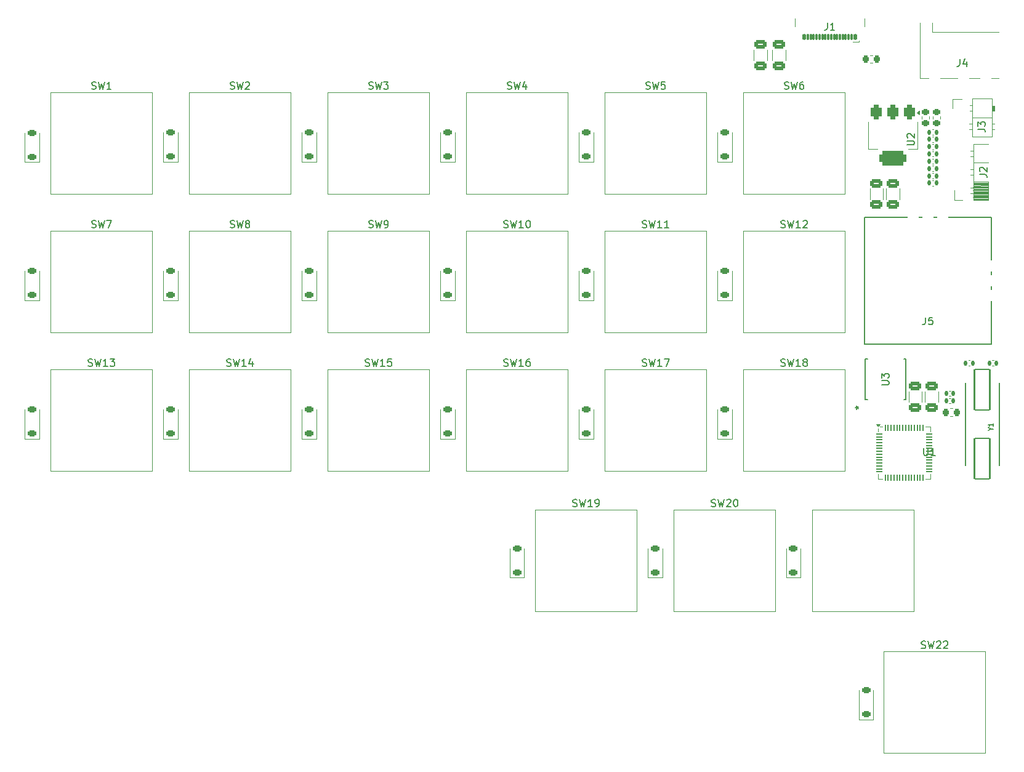
<source format=gto>
%TF.GenerationSoftware,KiCad,Pcbnew,9.0.0*%
%TF.CreationDate,2025-03-24T17:33:31+09:00*%
%TF.ProjectId,keyboard,6b657962-6f61-4726-942e-6b696361645f,rev?*%
%TF.SameCoordinates,Original*%
%TF.FileFunction,Legend,Top*%
%TF.FilePolarity,Positive*%
%FSLAX46Y46*%
G04 Gerber Fmt 4.6, Leading zero omitted, Abs format (unit mm)*
G04 Created by KiCad (PCBNEW 9.0.0) date 2025-03-24 17:33:31*
%MOMM*%
%LPD*%
G01*
G04 APERTURE LIST*
G04 Aperture macros list*
%AMRoundRect*
0 Rectangle with rounded corners*
0 $1 Rounding radius*
0 $2 $3 $4 $5 $6 $7 $8 $9 X,Y pos of 4 corners*
0 Add a 4 corners polygon primitive as box body*
4,1,4,$2,$3,$4,$5,$6,$7,$8,$9,$2,$3,0*
0 Add four circle primitives for the rounded corners*
1,1,$1+$1,$2,$3*
1,1,$1+$1,$4,$5*
1,1,$1+$1,$6,$7*
1,1,$1+$1,$8,$9*
0 Add four rect primitives between the rounded corners*
20,1,$1+$1,$2,$3,$4,$5,0*
20,1,$1+$1,$4,$5,$6,$7,0*
20,1,$1+$1,$6,$7,$8,$9,0*
20,1,$1+$1,$8,$9,$2,$3,0*%
G04 Aperture macros list end*
%ADD10C,0.150000*%
%ADD11C,0.120000*%
%ADD12C,0.152400*%
%ADD13C,0.127000*%
%ADD14C,2.010000*%
%ADD15O,1.500000X2.000000*%
%ADD16O,2.000000X1.500000*%
%ADD17C,1.600000*%
%ADD18R,1.200000X2.500000*%
%ADD19R,1.700000X1.700000*%
%ADD20O,1.700000X1.700000*%
%ADD21RoundRect,0.140000X-0.140000X-0.170000X0.140000X-0.170000X0.140000X0.170000X-0.140000X0.170000X0*%
%ADD22RoundRect,0.225000X0.375000X-0.225000X0.375000X0.225000X-0.375000X0.225000X-0.375000X-0.225000X0*%
%ADD23C,1.700000*%
%ADD24C,4.000000*%
%ADD25C,2.200000*%
%ADD26RoundRect,0.250000X0.625000X-0.312500X0.625000X0.312500X-0.625000X0.312500X-0.625000X-0.312500X0*%
%ADD27RoundRect,0.375000X-0.375000X0.625000X-0.375000X-0.625000X0.375000X-0.625000X0.375000X0.625000X0*%
%ADD28RoundRect,0.500000X-1.400000X0.500000X-1.400000X-0.500000X1.400000X-0.500000X1.400000X0.500000X0*%
%ADD29RoundRect,0.250000X-0.625000X0.312500X-0.625000X-0.312500X0.625000X-0.312500X0.625000X0.312500X0*%
%ADD30R,0.533400X1.524000*%
%ADD31RoundRect,0.225000X0.250000X-0.225000X0.250000X0.225000X-0.250000X0.225000X-0.250000X-0.225000X0*%
%ADD32RoundRect,0.070000X0.070000X0.345000X-0.070000X0.345000X-0.070000X-0.345000X0.070000X-0.345000X0*%
%ADD33RoundRect,0.112500X0.112500X0.302500X-0.112500X0.302500X-0.112500X-0.302500X0.112500X-0.302500X0*%
%ADD34C,0.850000*%
%ADD35O,0.550000X2.050000*%
%ADD36RoundRect,0.050000X-0.387500X-0.050000X0.387500X-0.050000X0.387500X0.050000X-0.387500X0.050000X0*%
%ADD37RoundRect,0.050000X-0.050000X-0.387500X0.050000X-0.387500X0.050000X0.387500X-0.050000X0.387500X0*%
%ADD38R,3.200000X3.200000*%
%ADD39RoundRect,0.225000X-0.225000X-0.250000X0.225000X-0.250000X0.225000X0.250000X-0.225000X0.250000X0*%
%ADD40RoundRect,0.102000X-1.050000X2.800000X-1.050000X-2.800000X1.050000X-2.800000X1.050000X2.800000X0*%
G04 APERTURE END LIST*
D10*
X204231428Y-52954819D02*
X204231428Y-53669104D01*
X204231428Y-53669104D02*
X204183809Y-53811961D01*
X204183809Y-53811961D02*
X204088571Y-53907200D01*
X204088571Y-53907200D02*
X203945714Y-53954819D01*
X203945714Y-53954819D02*
X203850476Y-53954819D01*
X205136190Y-53288152D02*
X205136190Y-53954819D01*
X204898095Y-52907200D02*
X204660000Y-53621485D01*
X204660000Y-53621485D02*
X205279047Y-53621485D01*
X206924819Y-68813333D02*
X207639104Y-68813333D01*
X207639104Y-68813333D02*
X207781961Y-68860952D01*
X207781961Y-68860952D02*
X207877200Y-68956190D01*
X207877200Y-68956190D02*
X207924819Y-69099047D01*
X207924819Y-69099047D02*
X207924819Y-69194285D01*
X207020057Y-68384761D02*
X206972438Y-68337142D01*
X206972438Y-68337142D02*
X206924819Y-68241904D01*
X206924819Y-68241904D02*
X206924819Y-68003809D01*
X206924819Y-68003809D02*
X206972438Y-67908571D01*
X206972438Y-67908571D02*
X207020057Y-67860952D01*
X207020057Y-67860952D02*
X207115295Y-67813333D01*
X207115295Y-67813333D02*
X207210533Y-67813333D01*
X207210533Y-67813333D02*
X207353390Y-67860952D01*
X207353390Y-67860952D02*
X207924819Y-68432380D01*
X207924819Y-68432380D02*
X207924819Y-67813333D01*
X206690057Y-62573333D02*
X207404342Y-62573333D01*
X207404342Y-62573333D02*
X207547199Y-62620952D01*
X207547199Y-62620952D02*
X207642438Y-62716190D01*
X207642438Y-62716190D02*
X207690057Y-62859047D01*
X207690057Y-62859047D02*
X207690057Y-62954285D01*
X206690057Y-62192380D02*
X206690057Y-61573333D01*
X206690057Y-61573333D02*
X207071009Y-61906666D01*
X207071009Y-61906666D02*
X207071009Y-61763809D01*
X207071009Y-61763809D02*
X207118628Y-61668571D01*
X207118628Y-61668571D02*
X207166247Y-61620952D01*
X207166247Y-61620952D02*
X207261485Y-61573333D01*
X207261485Y-61573333D02*
X207499580Y-61573333D01*
X207499580Y-61573333D02*
X207594818Y-61620952D01*
X207594818Y-61620952D02*
X207642438Y-61668571D01*
X207642438Y-61668571D02*
X207690057Y-61763809D01*
X207690057Y-61763809D02*
X207690057Y-62049523D01*
X207690057Y-62049523D02*
X207642438Y-62144761D01*
X207642438Y-62144761D02*
X207594818Y-62192380D01*
X179621476Y-76087200D02*
X179764333Y-76134819D01*
X179764333Y-76134819D02*
X180002428Y-76134819D01*
X180002428Y-76134819D02*
X180097666Y-76087200D01*
X180097666Y-76087200D02*
X180145285Y-76039580D01*
X180145285Y-76039580D02*
X180192904Y-75944342D01*
X180192904Y-75944342D02*
X180192904Y-75849104D01*
X180192904Y-75849104D02*
X180145285Y-75753866D01*
X180145285Y-75753866D02*
X180097666Y-75706247D01*
X180097666Y-75706247D02*
X180002428Y-75658628D01*
X180002428Y-75658628D02*
X179811952Y-75611009D01*
X179811952Y-75611009D02*
X179716714Y-75563390D01*
X179716714Y-75563390D02*
X179669095Y-75515771D01*
X179669095Y-75515771D02*
X179621476Y-75420533D01*
X179621476Y-75420533D02*
X179621476Y-75325295D01*
X179621476Y-75325295D02*
X179669095Y-75230057D01*
X179669095Y-75230057D02*
X179716714Y-75182438D01*
X179716714Y-75182438D02*
X179811952Y-75134819D01*
X179811952Y-75134819D02*
X180050047Y-75134819D01*
X180050047Y-75134819D02*
X180192904Y-75182438D01*
X180526238Y-75134819D02*
X180764333Y-76134819D01*
X180764333Y-76134819D02*
X180954809Y-75420533D01*
X180954809Y-75420533D02*
X181145285Y-76134819D01*
X181145285Y-76134819D02*
X181383381Y-75134819D01*
X182288142Y-76134819D02*
X181716714Y-76134819D01*
X182002428Y-76134819D02*
X182002428Y-75134819D01*
X182002428Y-75134819D02*
X181907190Y-75277676D01*
X181907190Y-75277676D02*
X181811952Y-75372914D01*
X181811952Y-75372914D02*
X181716714Y-75420533D01*
X182669095Y-75230057D02*
X182716714Y-75182438D01*
X182716714Y-75182438D02*
X182811952Y-75134819D01*
X182811952Y-75134819D02*
X183050047Y-75134819D01*
X183050047Y-75134819D02*
X183145285Y-75182438D01*
X183145285Y-75182438D02*
X183192904Y-75230057D01*
X183192904Y-75230057D02*
X183240523Y-75325295D01*
X183240523Y-75325295D02*
X183240523Y-75420533D01*
X183240523Y-75420533D02*
X183192904Y-75563390D01*
X183192904Y-75563390D02*
X182621476Y-76134819D01*
X182621476Y-76134819D02*
X183240523Y-76134819D01*
X103421476Y-95137200D02*
X103564333Y-95184819D01*
X103564333Y-95184819D02*
X103802428Y-95184819D01*
X103802428Y-95184819D02*
X103897666Y-95137200D01*
X103897666Y-95137200D02*
X103945285Y-95089580D01*
X103945285Y-95089580D02*
X103992904Y-94994342D01*
X103992904Y-94994342D02*
X103992904Y-94899104D01*
X103992904Y-94899104D02*
X103945285Y-94803866D01*
X103945285Y-94803866D02*
X103897666Y-94756247D01*
X103897666Y-94756247D02*
X103802428Y-94708628D01*
X103802428Y-94708628D02*
X103611952Y-94661009D01*
X103611952Y-94661009D02*
X103516714Y-94613390D01*
X103516714Y-94613390D02*
X103469095Y-94565771D01*
X103469095Y-94565771D02*
X103421476Y-94470533D01*
X103421476Y-94470533D02*
X103421476Y-94375295D01*
X103421476Y-94375295D02*
X103469095Y-94280057D01*
X103469095Y-94280057D02*
X103516714Y-94232438D01*
X103516714Y-94232438D02*
X103611952Y-94184819D01*
X103611952Y-94184819D02*
X103850047Y-94184819D01*
X103850047Y-94184819D02*
X103992904Y-94232438D01*
X104326238Y-94184819D02*
X104564333Y-95184819D01*
X104564333Y-95184819D02*
X104754809Y-94470533D01*
X104754809Y-94470533D02*
X104945285Y-95184819D01*
X104945285Y-95184819D02*
X105183381Y-94184819D01*
X106088142Y-95184819D02*
X105516714Y-95184819D01*
X105802428Y-95184819D02*
X105802428Y-94184819D01*
X105802428Y-94184819D02*
X105707190Y-94327676D01*
X105707190Y-94327676D02*
X105611952Y-94422914D01*
X105611952Y-94422914D02*
X105516714Y-94470533D01*
X106945285Y-94518152D02*
X106945285Y-95184819D01*
X106707190Y-94137200D02*
X106469095Y-94851485D01*
X106469095Y-94851485D02*
X107088142Y-94851485D01*
X199487666Y-88478819D02*
X199487666Y-89193104D01*
X199487666Y-89193104D02*
X199440047Y-89335961D01*
X199440047Y-89335961D02*
X199344809Y-89431200D01*
X199344809Y-89431200D02*
X199201952Y-89478819D01*
X199201952Y-89478819D02*
X199106714Y-89478819D01*
X200440047Y-88478819D02*
X199963857Y-88478819D01*
X199963857Y-88478819D02*
X199916238Y-88955009D01*
X199916238Y-88955009D02*
X199963857Y-88907390D01*
X199963857Y-88907390D02*
X200059095Y-88859771D01*
X200059095Y-88859771D02*
X200297190Y-88859771D01*
X200297190Y-88859771D02*
X200392428Y-88907390D01*
X200392428Y-88907390D02*
X200440047Y-88955009D01*
X200440047Y-88955009D02*
X200487666Y-89050247D01*
X200487666Y-89050247D02*
X200487666Y-89288342D01*
X200487666Y-89288342D02*
X200440047Y-89383580D01*
X200440047Y-89383580D02*
X200392428Y-89431200D01*
X200392428Y-89431200D02*
X200297190Y-89478819D01*
X200297190Y-89478819D02*
X200059095Y-89478819D01*
X200059095Y-89478819D02*
X199963857Y-89431200D01*
X199963857Y-89431200D02*
X199916238Y-89383580D01*
X179621476Y-95137200D02*
X179764333Y-95184819D01*
X179764333Y-95184819D02*
X180002428Y-95184819D01*
X180002428Y-95184819D02*
X180097666Y-95137200D01*
X180097666Y-95137200D02*
X180145285Y-95089580D01*
X180145285Y-95089580D02*
X180192904Y-94994342D01*
X180192904Y-94994342D02*
X180192904Y-94899104D01*
X180192904Y-94899104D02*
X180145285Y-94803866D01*
X180145285Y-94803866D02*
X180097666Y-94756247D01*
X180097666Y-94756247D02*
X180002428Y-94708628D01*
X180002428Y-94708628D02*
X179811952Y-94661009D01*
X179811952Y-94661009D02*
X179716714Y-94613390D01*
X179716714Y-94613390D02*
X179669095Y-94565771D01*
X179669095Y-94565771D02*
X179621476Y-94470533D01*
X179621476Y-94470533D02*
X179621476Y-94375295D01*
X179621476Y-94375295D02*
X179669095Y-94280057D01*
X179669095Y-94280057D02*
X179716714Y-94232438D01*
X179716714Y-94232438D02*
X179811952Y-94184819D01*
X179811952Y-94184819D02*
X180050047Y-94184819D01*
X180050047Y-94184819D02*
X180192904Y-94232438D01*
X180526238Y-94184819D02*
X180764333Y-95184819D01*
X180764333Y-95184819D02*
X180954809Y-94470533D01*
X180954809Y-94470533D02*
X181145285Y-95184819D01*
X181145285Y-95184819D02*
X181383381Y-94184819D01*
X182288142Y-95184819D02*
X181716714Y-95184819D01*
X182002428Y-95184819D02*
X182002428Y-94184819D01*
X182002428Y-94184819D02*
X181907190Y-94327676D01*
X181907190Y-94327676D02*
X181811952Y-94422914D01*
X181811952Y-94422914D02*
X181716714Y-94470533D01*
X182859571Y-94613390D02*
X182764333Y-94565771D01*
X182764333Y-94565771D02*
X182716714Y-94518152D01*
X182716714Y-94518152D02*
X182669095Y-94422914D01*
X182669095Y-94422914D02*
X182669095Y-94375295D01*
X182669095Y-94375295D02*
X182716714Y-94280057D01*
X182716714Y-94280057D02*
X182764333Y-94232438D01*
X182764333Y-94232438D02*
X182859571Y-94184819D01*
X182859571Y-94184819D02*
X183050047Y-94184819D01*
X183050047Y-94184819D02*
X183145285Y-94232438D01*
X183145285Y-94232438D02*
X183192904Y-94280057D01*
X183192904Y-94280057D02*
X183240523Y-94375295D01*
X183240523Y-94375295D02*
X183240523Y-94422914D01*
X183240523Y-94422914D02*
X183192904Y-94518152D01*
X183192904Y-94518152D02*
X183145285Y-94565771D01*
X183145285Y-94565771D02*
X183050047Y-94613390D01*
X183050047Y-94613390D02*
X182859571Y-94613390D01*
X182859571Y-94613390D02*
X182764333Y-94661009D01*
X182764333Y-94661009D02*
X182716714Y-94708628D01*
X182716714Y-94708628D02*
X182669095Y-94803866D01*
X182669095Y-94803866D02*
X182669095Y-94994342D01*
X182669095Y-94994342D02*
X182716714Y-95089580D01*
X182716714Y-95089580D02*
X182764333Y-95137200D01*
X182764333Y-95137200D02*
X182859571Y-95184819D01*
X182859571Y-95184819D02*
X183050047Y-95184819D01*
X183050047Y-95184819D02*
X183145285Y-95137200D01*
X183145285Y-95137200D02*
X183192904Y-95089580D01*
X183192904Y-95089580D02*
X183240523Y-94994342D01*
X183240523Y-94994342D02*
X183240523Y-94803866D01*
X183240523Y-94803866D02*
X183192904Y-94708628D01*
X183192904Y-94708628D02*
X183145285Y-94661009D01*
X183145285Y-94661009D02*
X183050047Y-94613390D01*
X196954819Y-64761904D02*
X197764342Y-64761904D01*
X197764342Y-64761904D02*
X197859580Y-64714285D01*
X197859580Y-64714285D02*
X197907200Y-64666666D01*
X197907200Y-64666666D02*
X197954819Y-64571428D01*
X197954819Y-64571428D02*
X197954819Y-64380952D01*
X197954819Y-64380952D02*
X197907200Y-64285714D01*
X197907200Y-64285714D02*
X197859580Y-64238095D01*
X197859580Y-64238095D02*
X197764342Y-64190476D01*
X197764342Y-64190476D02*
X196954819Y-64190476D01*
X197050057Y-63761904D02*
X197002438Y-63714285D01*
X197002438Y-63714285D02*
X196954819Y-63619047D01*
X196954819Y-63619047D02*
X196954819Y-63380952D01*
X196954819Y-63380952D02*
X197002438Y-63285714D01*
X197002438Y-63285714D02*
X197050057Y-63238095D01*
X197050057Y-63238095D02*
X197145295Y-63190476D01*
X197145295Y-63190476D02*
X197240533Y-63190476D01*
X197240533Y-63190476D02*
X197383390Y-63238095D01*
X197383390Y-63238095D02*
X197954819Y-63809523D01*
X197954819Y-63809523D02*
X197954819Y-63190476D01*
X193454819Y-97761904D02*
X194264342Y-97761904D01*
X194264342Y-97761904D02*
X194359580Y-97714285D01*
X194359580Y-97714285D02*
X194407200Y-97666666D01*
X194407200Y-97666666D02*
X194454819Y-97571428D01*
X194454819Y-97571428D02*
X194454819Y-97380952D01*
X194454819Y-97380952D02*
X194407200Y-97285714D01*
X194407200Y-97285714D02*
X194359580Y-97238095D01*
X194359580Y-97238095D02*
X194264342Y-97190476D01*
X194264342Y-97190476D02*
X193454819Y-97190476D01*
X193454819Y-96809523D02*
X193454819Y-96190476D01*
X193454819Y-96190476D02*
X193835771Y-96523809D01*
X193835771Y-96523809D02*
X193835771Y-96380952D01*
X193835771Y-96380952D02*
X193883390Y-96285714D01*
X193883390Y-96285714D02*
X193931009Y-96238095D01*
X193931009Y-96238095D02*
X194026247Y-96190476D01*
X194026247Y-96190476D02*
X194264342Y-96190476D01*
X194264342Y-96190476D02*
X194359580Y-96238095D01*
X194359580Y-96238095D02*
X194407200Y-96285714D01*
X194407200Y-96285714D02*
X194454819Y-96380952D01*
X194454819Y-96380952D02*
X194454819Y-96666666D01*
X194454819Y-96666666D02*
X194407200Y-96761904D01*
X194407200Y-96761904D02*
X194359580Y-96809523D01*
X189873419Y-100898899D02*
X190111514Y-100898899D01*
X190016276Y-101136994D02*
X190111514Y-100898899D01*
X190111514Y-100898899D02*
X190016276Y-100660804D01*
X190301990Y-101041756D02*
X190111514Y-100898899D01*
X190111514Y-100898899D02*
X190301990Y-100756042D01*
X189873419Y-100898899D02*
X190111514Y-100898899D01*
X190016276Y-101136994D02*
X190111514Y-100898899D01*
X190111514Y-100898899D02*
X190016276Y-100660804D01*
X190301990Y-101041756D02*
X190111514Y-100898899D01*
X190111514Y-100898899D02*
X190301990Y-100756042D01*
X160571476Y-95137200D02*
X160714333Y-95184819D01*
X160714333Y-95184819D02*
X160952428Y-95184819D01*
X160952428Y-95184819D02*
X161047666Y-95137200D01*
X161047666Y-95137200D02*
X161095285Y-95089580D01*
X161095285Y-95089580D02*
X161142904Y-94994342D01*
X161142904Y-94994342D02*
X161142904Y-94899104D01*
X161142904Y-94899104D02*
X161095285Y-94803866D01*
X161095285Y-94803866D02*
X161047666Y-94756247D01*
X161047666Y-94756247D02*
X160952428Y-94708628D01*
X160952428Y-94708628D02*
X160761952Y-94661009D01*
X160761952Y-94661009D02*
X160666714Y-94613390D01*
X160666714Y-94613390D02*
X160619095Y-94565771D01*
X160619095Y-94565771D02*
X160571476Y-94470533D01*
X160571476Y-94470533D02*
X160571476Y-94375295D01*
X160571476Y-94375295D02*
X160619095Y-94280057D01*
X160619095Y-94280057D02*
X160666714Y-94232438D01*
X160666714Y-94232438D02*
X160761952Y-94184819D01*
X160761952Y-94184819D02*
X161000047Y-94184819D01*
X161000047Y-94184819D02*
X161142904Y-94232438D01*
X161476238Y-94184819D02*
X161714333Y-95184819D01*
X161714333Y-95184819D02*
X161904809Y-94470533D01*
X161904809Y-94470533D02*
X162095285Y-95184819D01*
X162095285Y-95184819D02*
X162333381Y-94184819D01*
X163238142Y-95184819D02*
X162666714Y-95184819D01*
X162952428Y-95184819D02*
X162952428Y-94184819D01*
X162952428Y-94184819D02*
X162857190Y-94327676D01*
X162857190Y-94327676D02*
X162761952Y-94422914D01*
X162761952Y-94422914D02*
X162666714Y-94470533D01*
X163571476Y-94184819D02*
X164238142Y-94184819D01*
X164238142Y-94184819D02*
X163809571Y-95184819D01*
X170061476Y-114457200D02*
X170204333Y-114504819D01*
X170204333Y-114504819D02*
X170442428Y-114504819D01*
X170442428Y-114504819D02*
X170537666Y-114457200D01*
X170537666Y-114457200D02*
X170585285Y-114409580D01*
X170585285Y-114409580D02*
X170632904Y-114314342D01*
X170632904Y-114314342D02*
X170632904Y-114219104D01*
X170632904Y-114219104D02*
X170585285Y-114123866D01*
X170585285Y-114123866D02*
X170537666Y-114076247D01*
X170537666Y-114076247D02*
X170442428Y-114028628D01*
X170442428Y-114028628D02*
X170251952Y-113981009D01*
X170251952Y-113981009D02*
X170156714Y-113933390D01*
X170156714Y-113933390D02*
X170109095Y-113885771D01*
X170109095Y-113885771D02*
X170061476Y-113790533D01*
X170061476Y-113790533D02*
X170061476Y-113695295D01*
X170061476Y-113695295D02*
X170109095Y-113600057D01*
X170109095Y-113600057D02*
X170156714Y-113552438D01*
X170156714Y-113552438D02*
X170251952Y-113504819D01*
X170251952Y-113504819D02*
X170490047Y-113504819D01*
X170490047Y-113504819D02*
X170632904Y-113552438D01*
X170966238Y-113504819D02*
X171204333Y-114504819D01*
X171204333Y-114504819D02*
X171394809Y-113790533D01*
X171394809Y-113790533D02*
X171585285Y-114504819D01*
X171585285Y-114504819D02*
X171823381Y-113504819D01*
X172156714Y-113600057D02*
X172204333Y-113552438D01*
X172204333Y-113552438D02*
X172299571Y-113504819D01*
X172299571Y-113504819D02*
X172537666Y-113504819D01*
X172537666Y-113504819D02*
X172632904Y-113552438D01*
X172632904Y-113552438D02*
X172680523Y-113600057D01*
X172680523Y-113600057D02*
X172728142Y-113695295D01*
X172728142Y-113695295D02*
X172728142Y-113790533D01*
X172728142Y-113790533D02*
X172680523Y-113933390D01*
X172680523Y-113933390D02*
X172109095Y-114504819D01*
X172109095Y-114504819D02*
X172728142Y-114504819D01*
X173347190Y-113504819D02*
X173442428Y-113504819D01*
X173442428Y-113504819D02*
X173537666Y-113552438D01*
X173537666Y-113552438D02*
X173585285Y-113600057D01*
X173585285Y-113600057D02*
X173632904Y-113695295D01*
X173632904Y-113695295D02*
X173680523Y-113885771D01*
X173680523Y-113885771D02*
X173680523Y-114123866D01*
X173680523Y-114123866D02*
X173632904Y-114314342D01*
X173632904Y-114314342D02*
X173585285Y-114409580D01*
X173585285Y-114409580D02*
X173537666Y-114457200D01*
X173537666Y-114457200D02*
X173442428Y-114504819D01*
X173442428Y-114504819D02*
X173347190Y-114504819D01*
X173347190Y-114504819D02*
X173251952Y-114457200D01*
X173251952Y-114457200D02*
X173204333Y-114409580D01*
X173204333Y-114409580D02*
X173156714Y-114314342D01*
X173156714Y-114314342D02*
X173109095Y-114123866D01*
X173109095Y-114123866D02*
X173109095Y-113885771D01*
X173109095Y-113885771D02*
X173156714Y-113695295D01*
X173156714Y-113695295D02*
X173204333Y-113600057D01*
X173204333Y-113600057D02*
X173251952Y-113552438D01*
X173251952Y-113552438D02*
X173347190Y-113504819D01*
X84847667Y-57037200D02*
X84990524Y-57084819D01*
X84990524Y-57084819D02*
X85228619Y-57084819D01*
X85228619Y-57084819D02*
X85323857Y-57037200D01*
X85323857Y-57037200D02*
X85371476Y-56989580D01*
X85371476Y-56989580D02*
X85419095Y-56894342D01*
X85419095Y-56894342D02*
X85419095Y-56799104D01*
X85419095Y-56799104D02*
X85371476Y-56703866D01*
X85371476Y-56703866D02*
X85323857Y-56656247D01*
X85323857Y-56656247D02*
X85228619Y-56608628D01*
X85228619Y-56608628D02*
X85038143Y-56561009D01*
X85038143Y-56561009D02*
X84942905Y-56513390D01*
X84942905Y-56513390D02*
X84895286Y-56465771D01*
X84895286Y-56465771D02*
X84847667Y-56370533D01*
X84847667Y-56370533D02*
X84847667Y-56275295D01*
X84847667Y-56275295D02*
X84895286Y-56180057D01*
X84895286Y-56180057D02*
X84942905Y-56132438D01*
X84942905Y-56132438D02*
X85038143Y-56084819D01*
X85038143Y-56084819D02*
X85276238Y-56084819D01*
X85276238Y-56084819D02*
X85419095Y-56132438D01*
X85752429Y-56084819D02*
X85990524Y-57084819D01*
X85990524Y-57084819D02*
X86181000Y-56370533D01*
X86181000Y-56370533D02*
X86371476Y-57084819D01*
X86371476Y-57084819D02*
X86609572Y-56084819D01*
X87514333Y-57084819D02*
X86942905Y-57084819D01*
X87228619Y-57084819D02*
X87228619Y-56084819D01*
X87228619Y-56084819D02*
X87133381Y-56227676D01*
X87133381Y-56227676D02*
X87038143Y-56322914D01*
X87038143Y-56322914D02*
X86942905Y-56370533D01*
X185987666Y-47954819D02*
X185987666Y-48669104D01*
X185987666Y-48669104D02*
X185940047Y-48811961D01*
X185940047Y-48811961D02*
X185844809Y-48907200D01*
X185844809Y-48907200D02*
X185701952Y-48954819D01*
X185701952Y-48954819D02*
X185606714Y-48954819D01*
X186987666Y-48954819D02*
X186416238Y-48954819D01*
X186701952Y-48954819D02*
X186701952Y-47954819D01*
X186701952Y-47954819D02*
X186606714Y-48097676D01*
X186606714Y-48097676D02*
X186511476Y-48192914D01*
X186511476Y-48192914D02*
X186416238Y-48240533D01*
X160571476Y-76087200D02*
X160714333Y-76134819D01*
X160714333Y-76134819D02*
X160952428Y-76134819D01*
X160952428Y-76134819D02*
X161047666Y-76087200D01*
X161047666Y-76087200D02*
X161095285Y-76039580D01*
X161095285Y-76039580D02*
X161142904Y-75944342D01*
X161142904Y-75944342D02*
X161142904Y-75849104D01*
X161142904Y-75849104D02*
X161095285Y-75753866D01*
X161095285Y-75753866D02*
X161047666Y-75706247D01*
X161047666Y-75706247D02*
X160952428Y-75658628D01*
X160952428Y-75658628D02*
X160761952Y-75611009D01*
X160761952Y-75611009D02*
X160666714Y-75563390D01*
X160666714Y-75563390D02*
X160619095Y-75515771D01*
X160619095Y-75515771D02*
X160571476Y-75420533D01*
X160571476Y-75420533D02*
X160571476Y-75325295D01*
X160571476Y-75325295D02*
X160619095Y-75230057D01*
X160619095Y-75230057D02*
X160666714Y-75182438D01*
X160666714Y-75182438D02*
X160761952Y-75134819D01*
X160761952Y-75134819D02*
X161000047Y-75134819D01*
X161000047Y-75134819D02*
X161142904Y-75182438D01*
X161476238Y-75134819D02*
X161714333Y-76134819D01*
X161714333Y-76134819D02*
X161904809Y-75420533D01*
X161904809Y-75420533D02*
X162095285Y-76134819D01*
X162095285Y-76134819D02*
X162333381Y-75134819D01*
X163238142Y-76134819D02*
X162666714Y-76134819D01*
X162952428Y-76134819D02*
X162952428Y-75134819D01*
X162952428Y-75134819D02*
X162857190Y-75277676D01*
X162857190Y-75277676D02*
X162761952Y-75372914D01*
X162761952Y-75372914D02*
X162666714Y-75420533D01*
X164190523Y-76134819D02*
X163619095Y-76134819D01*
X163904809Y-76134819D02*
X163904809Y-75134819D01*
X163904809Y-75134819D02*
X163809571Y-75277676D01*
X163809571Y-75277676D02*
X163714333Y-75372914D01*
X163714333Y-75372914D02*
X163619095Y-75420533D01*
X122947667Y-76087200D02*
X123090524Y-76134819D01*
X123090524Y-76134819D02*
X123328619Y-76134819D01*
X123328619Y-76134819D02*
X123423857Y-76087200D01*
X123423857Y-76087200D02*
X123471476Y-76039580D01*
X123471476Y-76039580D02*
X123519095Y-75944342D01*
X123519095Y-75944342D02*
X123519095Y-75849104D01*
X123519095Y-75849104D02*
X123471476Y-75753866D01*
X123471476Y-75753866D02*
X123423857Y-75706247D01*
X123423857Y-75706247D02*
X123328619Y-75658628D01*
X123328619Y-75658628D02*
X123138143Y-75611009D01*
X123138143Y-75611009D02*
X123042905Y-75563390D01*
X123042905Y-75563390D02*
X122995286Y-75515771D01*
X122995286Y-75515771D02*
X122947667Y-75420533D01*
X122947667Y-75420533D02*
X122947667Y-75325295D01*
X122947667Y-75325295D02*
X122995286Y-75230057D01*
X122995286Y-75230057D02*
X123042905Y-75182438D01*
X123042905Y-75182438D02*
X123138143Y-75134819D01*
X123138143Y-75134819D02*
X123376238Y-75134819D01*
X123376238Y-75134819D02*
X123519095Y-75182438D01*
X123852429Y-75134819D02*
X124090524Y-76134819D01*
X124090524Y-76134819D02*
X124281000Y-75420533D01*
X124281000Y-75420533D02*
X124471476Y-76134819D01*
X124471476Y-76134819D02*
X124709572Y-75134819D01*
X125138143Y-76134819D02*
X125328619Y-76134819D01*
X125328619Y-76134819D02*
X125423857Y-76087200D01*
X125423857Y-76087200D02*
X125471476Y-76039580D01*
X125471476Y-76039580D02*
X125566714Y-75896723D01*
X125566714Y-75896723D02*
X125614333Y-75706247D01*
X125614333Y-75706247D02*
X125614333Y-75325295D01*
X125614333Y-75325295D02*
X125566714Y-75230057D01*
X125566714Y-75230057D02*
X125519095Y-75182438D01*
X125519095Y-75182438D02*
X125423857Y-75134819D01*
X125423857Y-75134819D02*
X125233381Y-75134819D01*
X125233381Y-75134819D02*
X125138143Y-75182438D01*
X125138143Y-75182438D02*
X125090524Y-75230057D01*
X125090524Y-75230057D02*
X125042905Y-75325295D01*
X125042905Y-75325295D02*
X125042905Y-75563390D01*
X125042905Y-75563390D02*
X125090524Y-75658628D01*
X125090524Y-75658628D02*
X125138143Y-75706247D01*
X125138143Y-75706247D02*
X125233381Y-75753866D01*
X125233381Y-75753866D02*
X125423857Y-75753866D01*
X125423857Y-75753866D02*
X125519095Y-75706247D01*
X125519095Y-75706247D02*
X125566714Y-75658628D01*
X125566714Y-75658628D02*
X125614333Y-75563390D01*
X141521476Y-76087200D02*
X141664333Y-76134819D01*
X141664333Y-76134819D02*
X141902428Y-76134819D01*
X141902428Y-76134819D02*
X141997666Y-76087200D01*
X141997666Y-76087200D02*
X142045285Y-76039580D01*
X142045285Y-76039580D02*
X142092904Y-75944342D01*
X142092904Y-75944342D02*
X142092904Y-75849104D01*
X142092904Y-75849104D02*
X142045285Y-75753866D01*
X142045285Y-75753866D02*
X141997666Y-75706247D01*
X141997666Y-75706247D02*
X141902428Y-75658628D01*
X141902428Y-75658628D02*
X141711952Y-75611009D01*
X141711952Y-75611009D02*
X141616714Y-75563390D01*
X141616714Y-75563390D02*
X141569095Y-75515771D01*
X141569095Y-75515771D02*
X141521476Y-75420533D01*
X141521476Y-75420533D02*
X141521476Y-75325295D01*
X141521476Y-75325295D02*
X141569095Y-75230057D01*
X141569095Y-75230057D02*
X141616714Y-75182438D01*
X141616714Y-75182438D02*
X141711952Y-75134819D01*
X141711952Y-75134819D02*
X141950047Y-75134819D01*
X141950047Y-75134819D02*
X142092904Y-75182438D01*
X142426238Y-75134819D02*
X142664333Y-76134819D01*
X142664333Y-76134819D02*
X142854809Y-75420533D01*
X142854809Y-75420533D02*
X143045285Y-76134819D01*
X143045285Y-76134819D02*
X143283381Y-75134819D01*
X144188142Y-76134819D02*
X143616714Y-76134819D01*
X143902428Y-76134819D02*
X143902428Y-75134819D01*
X143902428Y-75134819D02*
X143807190Y-75277676D01*
X143807190Y-75277676D02*
X143711952Y-75372914D01*
X143711952Y-75372914D02*
X143616714Y-75420533D01*
X144807190Y-75134819D02*
X144902428Y-75134819D01*
X144902428Y-75134819D02*
X144997666Y-75182438D01*
X144997666Y-75182438D02*
X145045285Y-75230057D01*
X145045285Y-75230057D02*
X145092904Y-75325295D01*
X145092904Y-75325295D02*
X145140523Y-75515771D01*
X145140523Y-75515771D02*
X145140523Y-75753866D01*
X145140523Y-75753866D02*
X145092904Y-75944342D01*
X145092904Y-75944342D02*
X145045285Y-76039580D01*
X145045285Y-76039580D02*
X144997666Y-76087200D01*
X144997666Y-76087200D02*
X144902428Y-76134819D01*
X144902428Y-76134819D02*
X144807190Y-76134819D01*
X144807190Y-76134819D02*
X144711952Y-76087200D01*
X144711952Y-76087200D02*
X144664333Y-76039580D01*
X144664333Y-76039580D02*
X144616714Y-75944342D01*
X144616714Y-75944342D02*
X144569095Y-75753866D01*
X144569095Y-75753866D02*
X144569095Y-75515771D01*
X144569095Y-75515771D02*
X144616714Y-75325295D01*
X144616714Y-75325295D02*
X144664333Y-75230057D01*
X144664333Y-75230057D02*
X144711952Y-75182438D01*
X144711952Y-75182438D02*
X144807190Y-75134819D01*
X122471476Y-95137200D02*
X122614333Y-95184819D01*
X122614333Y-95184819D02*
X122852428Y-95184819D01*
X122852428Y-95184819D02*
X122947666Y-95137200D01*
X122947666Y-95137200D02*
X122995285Y-95089580D01*
X122995285Y-95089580D02*
X123042904Y-94994342D01*
X123042904Y-94994342D02*
X123042904Y-94899104D01*
X123042904Y-94899104D02*
X122995285Y-94803866D01*
X122995285Y-94803866D02*
X122947666Y-94756247D01*
X122947666Y-94756247D02*
X122852428Y-94708628D01*
X122852428Y-94708628D02*
X122661952Y-94661009D01*
X122661952Y-94661009D02*
X122566714Y-94613390D01*
X122566714Y-94613390D02*
X122519095Y-94565771D01*
X122519095Y-94565771D02*
X122471476Y-94470533D01*
X122471476Y-94470533D02*
X122471476Y-94375295D01*
X122471476Y-94375295D02*
X122519095Y-94280057D01*
X122519095Y-94280057D02*
X122566714Y-94232438D01*
X122566714Y-94232438D02*
X122661952Y-94184819D01*
X122661952Y-94184819D02*
X122900047Y-94184819D01*
X122900047Y-94184819D02*
X123042904Y-94232438D01*
X123376238Y-94184819D02*
X123614333Y-95184819D01*
X123614333Y-95184819D02*
X123804809Y-94470533D01*
X123804809Y-94470533D02*
X123995285Y-95184819D01*
X123995285Y-95184819D02*
X124233381Y-94184819D01*
X125138142Y-95184819D02*
X124566714Y-95184819D01*
X124852428Y-95184819D02*
X124852428Y-94184819D01*
X124852428Y-94184819D02*
X124757190Y-94327676D01*
X124757190Y-94327676D02*
X124661952Y-94422914D01*
X124661952Y-94422914D02*
X124566714Y-94470533D01*
X126042904Y-94184819D02*
X125566714Y-94184819D01*
X125566714Y-94184819D02*
X125519095Y-94661009D01*
X125519095Y-94661009D02*
X125566714Y-94613390D01*
X125566714Y-94613390D02*
X125661952Y-94565771D01*
X125661952Y-94565771D02*
X125900047Y-94565771D01*
X125900047Y-94565771D02*
X125995285Y-94613390D01*
X125995285Y-94613390D02*
X126042904Y-94661009D01*
X126042904Y-94661009D02*
X126090523Y-94756247D01*
X126090523Y-94756247D02*
X126090523Y-94994342D01*
X126090523Y-94994342D02*
X126042904Y-95089580D01*
X126042904Y-95089580D02*
X125995285Y-95137200D01*
X125995285Y-95137200D02*
X125900047Y-95184819D01*
X125900047Y-95184819D02*
X125661952Y-95184819D01*
X125661952Y-95184819D02*
X125566714Y-95137200D01*
X125566714Y-95137200D02*
X125519095Y-95089580D01*
X161047667Y-57037200D02*
X161190524Y-57084819D01*
X161190524Y-57084819D02*
X161428619Y-57084819D01*
X161428619Y-57084819D02*
X161523857Y-57037200D01*
X161523857Y-57037200D02*
X161571476Y-56989580D01*
X161571476Y-56989580D02*
X161619095Y-56894342D01*
X161619095Y-56894342D02*
X161619095Y-56799104D01*
X161619095Y-56799104D02*
X161571476Y-56703866D01*
X161571476Y-56703866D02*
X161523857Y-56656247D01*
X161523857Y-56656247D02*
X161428619Y-56608628D01*
X161428619Y-56608628D02*
X161238143Y-56561009D01*
X161238143Y-56561009D02*
X161142905Y-56513390D01*
X161142905Y-56513390D02*
X161095286Y-56465771D01*
X161095286Y-56465771D02*
X161047667Y-56370533D01*
X161047667Y-56370533D02*
X161047667Y-56275295D01*
X161047667Y-56275295D02*
X161095286Y-56180057D01*
X161095286Y-56180057D02*
X161142905Y-56132438D01*
X161142905Y-56132438D02*
X161238143Y-56084819D01*
X161238143Y-56084819D02*
X161476238Y-56084819D01*
X161476238Y-56084819D02*
X161619095Y-56132438D01*
X161952429Y-56084819D02*
X162190524Y-57084819D01*
X162190524Y-57084819D02*
X162381000Y-56370533D01*
X162381000Y-56370533D02*
X162571476Y-57084819D01*
X162571476Y-57084819D02*
X162809572Y-56084819D01*
X163666714Y-56084819D02*
X163190524Y-56084819D01*
X163190524Y-56084819D02*
X163142905Y-56561009D01*
X163142905Y-56561009D02*
X163190524Y-56513390D01*
X163190524Y-56513390D02*
X163285762Y-56465771D01*
X163285762Y-56465771D02*
X163523857Y-56465771D01*
X163523857Y-56465771D02*
X163619095Y-56513390D01*
X163619095Y-56513390D02*
X163666714Y-56561009D01*
X163666714Y-56561009D02*
X163714333Y-56656247D01*
X163714333Y-56656247D02*
X163714333Y-56894342D01*
X163714333Y-56894342D02*
X163666714Y-56989580D01*
X163666714Y-56989580D02*
X163619095Y-57037200D01*
X163619095Y-57037200D02*
X163523857Y-57084819D01*
X163523857Y-57084819D02*
X163285762Y-57084819D01*
X163285762Y-57084819D02*
X163190524Y-57037200D01*
X163190524Y-57037200D02*
X163142905Y-56989580D01*
X199238095Y-106454819D02*
X199238095Y-107264342D01*
X199238095Y-107264342D02*
X199285714Y-107359580D01*
X199285714Y-107359580D02*
X199333333Y-107407200D01*
X199333333Y-107407200D02*
X199428571Y-107454819D01*
X199428571Y-107454819D02*
X199619047Y-107454819D01*
X199619047Y-107454819D02*
X199714285Y-107407200D01*
X199714285Y-107407200D02*
X199761904Y-107359580D01*
X199761904Y-107359580D02*
X199809523Y-107264342D01*
X199809523Y-107264342D02*
X199809523Y-106454819D01*
X200809523Y-107454819D02*
X200238095Y-107454819D01*
X200523809Y-107454819D02*
X200523809Y-106454819D01*
X200523809Y-106454819D02*
X200428571Y-106597676D01*
X200428571Y-106597676D02*
X200333333Y-106692914D01*
X200333333Y-106692914D02*
X200238095Y-106740533D01*
X84371476Y-95137200D02*
X84514333Y-95184819D01*
X84514333Y-95184819D02*
X84752428Y-95184819D01*
X84752428Y-95184819D02*
X84847666Y-95137200D01*
X84847666Y-95137200D02*
X84895285Y-95089580D01*
X84895285Y-95089580D02*
X84942904Y-94994342D01*
X84942904Y-94994342D02*
X84942904Y-94899104D01*
X84942904Y-94899104D02*
X84895285Y-94803866D01*
X84895285Y-94803866D02*
X84847666Y-94756247D01*
X84847666Y-94756247D02*
X84752428Y-94708628D01*
X84752428Y-94708628D02*
X84561952Y-94661009D01*
X84561952Y-94661009D02*
X84466714Y-94613390D01*
X84466714Y-94613390D02*
X84419095Y-94565771D01*
X84419095Y-94565771D02*
X84371476Y-94470533D01*
X84371476Y-94470533D02*
X84371476Y-94375295D01*
X84371476Y-94375295D02*
X84419095Y-94280057D01*
X84419095Y-94280057D02*
X84466714Y-94232438D01*
X84466714Y-94232438D02*
X84561952Y-94184819D01*
X84561952Y-94184819D02*
X84800047Y-94184819D01*
X84800047Y-94184819D02*
X84942904Y-94232438D01*
X85276238Y-94184819D02*
X85514333Y-95184819D01*
X85514333Y-95184819D02*
X85704809Y-94470533D01*
X85704809Y-94470533D02*
X85895285Y-95184819D01*
X85895285Y-95184819D02*
X86133381Y-94184819D01*
X87038142Y-95184819D02*
X86466714Y-95184819D01*
X86752428Y-95184819D02*
X86752428Y-94184819D01*
X86752428Y-94184819D02*
X86657190Y-94327676D01*
X86657190Y-94327676D02*
X86561952Y-94422914D01*
X86561952Y-94422914D02*
X86466714Y-94470533D01*
X87371476Y-94184819D02*
X87990523Y-94184819D01*
X87990523Y-94184819D02*
X87657190Y-94565771D01*
X87657190Y-94565771D02*
X87800047Y-94565771D01*
X87800047Y-94565771D02*
X87895285Y-94613390D01*
X87895285Y-94613390D02*
X87942904Y-94661009D01*
X87942904Y-94661009D02*
X87990523Y-94756247D01*
X87990523Y-94756247D02*
X87990523Y-94994342D01*
X87990523Y-94994342D02*
X87942904Y-95089580D01*
X87942904Y-95089580D02*
X87895285Y-95137200D01*
X87895285Y-95137200D02*
X87800047Y-95184819D01*
X87800047Y-95184819D02*
X87514333Y-95184819D01*
X87514333Y-95184819D02*
X87419095Y-95137200D01*
X87419095Y-95137200D02*
X87371476Y-95089580D01*
X103897667Y-57037200D02*
X104040524Y-57084819D01*
X104040524Y-57084819D02*
X104278619Y-57084819D01*
X104278619Y-57084819D02*
X104373857Y-57037200D01*
X104373857Y-57037200D02*
X104421476Y-56989580D01*
X104421476Y-56989580D02*
X104469095Y-56894342D01*
X104469095Y-56894342D02*
X104469095Y-56799104D01*
X104469095Y-56799104D02*
X104421476Y-56703866D01*
X104421476Y-56703866D02*
X104373857Y-56656247D01*
X104373857Y-56656247D02*
X104278619Y-56608628D01*
X104278619Y-56608628D02*
X104088143Y-56561009D01*
X104088143Y-56561009D02*
X103992905Y-56513390D01*
X103992905Y-56513390D02*
X103945286Y-56465771D01*
X103945286Y-56465771D02*
X103897667Y-56370533D01*
X103897667Y-56370533D02*
X103897667Y-56275295D01*
X103897667Y-56275295D02*
X103945286Y-56180057D01*
X103945286Y-56180057D02*
X103992905Y-56132438D01*
X103992905Y-56132438D02*
X104088143Y-56084819D01*
X104088143Y-56084819D02*
X104326238Y-56084819D01*
X104326238Y-56084819D02*
X104469095Y-56132438D01*
X104802429Y-56084819D02*
X105040524Y-57084819D01*
X105040524Y-57084819D02*
X105231000Y-56370533D01*
X105231000Y-56370533D02*
X105421476Y-57084819D01*
X105421476Y-57084819D02*
X105659572Y-56084819D01*
X105992905Y-56180057D02*
X106040524Y-56132438D01*
X106040524Y-56132438D02*
X106135762Y-56084819D01*
X106135762Y-56084819D02*
X106373857Y-56084819D01*
X106373857Y-56084819D02*
X106469095Y-56132438D01*
X106469095Y-56132438D02*
X106516714Y-56180057D01*
X106516714Y-56180057D02*
X106564333Y-56275295D01*
X106564333Y-56275295D02*
X106564333Y-56370533D01*
X106564333Y-56370533D02*
X106516714Y-56513390D01*
X106516714Y-56513390D02*
X105945286Y-57084819D01*
X105945286Y-57084819D02*
X106564333Y-57084819D01*
X122947667Y-57037200D02*
X123090524Y-57084819D01*
X123090524Y-57084819D02*
X123328619Y-57084819D01*
X123328619Y-57084819D02*
X123423857Y-57037200D01*
X123423857Y-57037200D02*
X123471476Y-56989580D01*
X123471476Y-56989580D02*
X123519095Y-56894342D01*
X123519095Y-56894342D02*
X123519095Y-56799104D01*
X123519095Y-56799104D02*
X123471476Y-56703866D01*
X123471476Y-56703866D02*
X123423857Y-56656247D01*
X123423857Y-56656247D02*
X123328619Y-56608628D01*
X123328619Y-56608628D02*
X123138143Y-56561009D01*
X123138143Y-56561009D02*
X123042905Y-56513390D01*
X123042905Y-56513390D02*
X122995286Y-56465771D01*
X122995286Y-56465771D02*
X122947667Y-56370533D01*
X122947667Y-56370533D02*
X122947667Y-56275295D01*
X122947667Y-56275295D02*
X122995286Y-56180057D01*
X122995286Y-56180057D02*
X123042905Y-56132438D01*
X123042905Y-56132438D02*
X123138143Y-56084819D01*
X123138143Y-56084819D02*
X123376238Y-56084819D01*
X123376238Y-56084819D02*
X123519095Y-56132438D01*
X123852429Y-56084819D02*
X124090524Y-57084819D01*
X124090524Y-57084819D02*
X124281000Y-56370533D01*
X124281000Y-56370533D02*
X124471476Y-57084819D01*
X124471476Y-57084819D02*
X124709572Y-56084819D01*
X124995286Y-56084819D02*
X125614333Y-56084819D01*
X125614333Y-56084819D02*
X125281000Y-56465771D01*
X125281000Y-56465771D02*
X125423857Y-56465771D01*
X125423857Y-56465771D02*
X125519095Y-56513390D01*
X125519095Y-56513390D02*
X125566714Y-56561009D01*
X125566714Y-56561009D02*
X125614333Y-56656247D01*
X125614333Y-56656247D02*
X125614333Y-56894342D01*
X125614333Y-56894342D02*
X125566714Y-56989580D01*
X125566714Y-56989580D02*
X125519095Y-57037200D01*
X125519095Y-57037200D02*
X125423857Y-57084819D01*
X125423857Y-57084819D02*
X125138143Y-57084819D01*
X125138143Y-57084819D02*
X125042905Y-57037200D01*
X125042905Y-57037200D02*
X124995286Y-56989580D01*
X141997667Y-57037200D02*
X142140524Y-57084819D01*
X142140524Y-57084819D02*
X142378619Y-57084819D01*
X142378619Y-57084819D02*
X142473857Y-57037200D01*
X142473857Y-57037200D02*
X142521476Y-56989580D01*
X142521476Y-56989580D02*
X142569095Y-56894342D01*
X142569095Y-56894342D02*
X142569095Y-56799104D01*
X142569095Y-56799104D02*
X142521476Y-56703866D01*
X142521476Y-56703866D02*
X142473857Y-56656247D01*
X142473857Y-56656247D02*
X142378619Y-56608628D01*
X142378619Y-56608628D02*
X142188143Y-56561009D01*
X142188143Y-56561009D02*
X142092905Y-56513390D01*
X142092905Y-56513390D02*
X142045286Y-56465771D01*
X142045286Y-56465771D02*
X141997667Y-56370533D01*
X141997667Y-56370533D02*
X141997667Y-56275295D01*
X141997667Y-56275295D02*
X142045286Y-56180057D01*
X142045286Y-56180057D02*
X142092905Y-56132438D01*
X142092905Y-56132438D02*
X142188143Y-56084819D01*
X142188143Y-56084819D02*
X142426238Y-56084819D01*
X142426238Y-56084819D02*
X142569095Y-56132438D01*
X142902429Y-56084819D02*
X143140524Y-57084819D01*
X143140524Y-57084819D02*
X143331000Y-56370533D01*
X143331000Y-56370533D02*
X143521476Y-57084819D01*
X143521476Y-57084819D02*
X143759572Y-56084819D01*
X144569095Y-56418152D02*
X144569095Y-57084819D01*
X144331000Y-56037200D02*
X144092905Y-56751485D01*
X144092905Y-56751485D02*
X144711952Y-56751485D01*
X180097667Y-57037200D02*
X180240524Y-57084819D01*
X180240524Y-57084819D02*
X180478619Y-57084819D01*
X180478619Y-57084819D02*
X180573857Y-57037200D01*
X180573857Y-57037200D02*
X180621476Y-56989580D01*
X180621476Y-56989580D02*
X180669095Y-56894342D01*
X180669095Y-56894342D02*
X180669095Y-56799104D01*
X180669095Y-56799104D02*
X180621476Y-56703866D01*
X180621476Y-56703866D02*
X180573857Y-56656247D01*
X180573857Y-56656247D02*
X180478619Y-56608628D01*
X180478619Y-56608628D02*
X180288143Y-56561009D01*
X180288143Y-56561009D02*
X180192905Y-56513390D01*
X180192905Y-56513390D02*
X180145286Y-56465771D01*
X180145286Y-56465771D02*
X180097667Y-56370533D01*
X180097667Y-56370533D02*
X180097667Y-56275295D01*
X180097667Y-56275295D02*
X180145286Y-56180057D01*
X180145286Y-56180057D02*
X180192905Y-56132438D01*
X180192905Y-56132438D02*
X180288143Y-56084819D01*
X180288143Y-56084819D02*
X180526238Y-56084819D01*
X180526238Y-56084819D02*
X180669095Y-56132438D01*
X181002429Y-56084819D02*
X181240524Y-57084819D01*
X181240524Y-57084819D02*
X181431000Y-56370533D01*
X181431000Y-56370533D02*
X181621476Y-57084819D01*
X181621476Y-57084819D02*
X181859572Y-56084819D01*
X182669095Y-56084819D02*
X182478619Y-56084819D01*
X182478619Y-56084819D02*
X182383381Y-56132438D01*
X182383381Y-56132438D02*
X182335762Y-56180057D01*
X182335762Y-56180057D02*
X182240524Y-56322914D01*
X182240524Y-56322914D02*
X182192905Y-56513390D01*
X182192905Y-56513390D02*
X182192905Y-56894342D01*
X182192905Y-56894342D02*
X182240524Y-56989580D01*
X182240524Y-56989580D02*
X182288143Y-57037200D01*
X182288143Y-57037200D02*
X182383381Y-57084819D01*
X182383381Y-57084819D02*
X182573857Y-57084819D01*
X182573857Y-57084819D02*
X182669095Y-57037200D01*
X182669095Y-57037200D02*
X182716714Y-56989580D01*
X182716714Y-56989580D02*
X182764333Y-56894342D01*
X182764333Y-56894342D02*
X182764333Y-56656247D01*
X182764333Y-56656247D02*
X182716714Y-56561009D01*
X182716714Y-56561009D02*
X182669095Y-56513390D01*
X182669095Y-56513390D02*
X182573857Y-56465771D01*
X182573857Y-56465771D02*
X182383381Y-56465771D01*
X182383381Y-56465771D02*
X182288143Y-56513390D01*
X182288143Y-56513390D02*
X182240524Y-56561009D01*
X182240524Y-56561009D02*
X182192905Y-56656247D01*
X103897667Y-76087200D02*
X104040524Y-76134819D01*
X104040524Y-76134819D02*
X104278619Y-76134819D01*
X104278619Y-76134819D02*
X104373857Y-76087200D01*
X104373857Y-76087200D02*
X104421476Y-76039580D01*
X104421476Y-76039580D02*
X104469095Y-75944342D01*
X104469095Y-75944342D02*
X104469095Y-75849104D01*
X104469095Y-75849104D02*
X104421476Y-75753866D01*
X104421476Y-75753866D02*
X104373857Y-75706247D01*
X104373857Y-75706247D02*
X104278619Y-75658628D01*
X104278619Y-75658628D02*
X104088143Y-75611009D01*
X104088143Y-75611009D02*
X103992905Y-75563390D01*
X103992905Y-75563390D02*
X103945286Y-75515771D01*
X103945286Y-75515771D02*
X103897667Y-75420533D01*
X103897667Y-75420533D02*
X103897667Y-75325295D01*
X103897667Y-75325295D02*
X103945286Y-75230057D01*
X103945286Y-75230057D02*
X103992905Y-75182438D01*
X103992905Y-75182438D02*
X104088143Y-75134819D01*
X104088143Y-75134819D02*
X104326238Y-75134819D01*
X104326238Y-75134819D02*
X104469095Y-75182438D01*
X104802429Y-75134819D02*
X105040524Y-76134819D01*
X105040524Y-76134819D02*
X105231000Y-75420533D01*
X105231000Y-75420533D02*
X105421476Y-76134819D01*
X105421476Y-76134819D02*
X105659572Y-75134819D01*
X106183381Y-75563390D02*
X106088143Y-75515771D01*
X106088143Y-75515771D02*
X106040524Y-75468152D01*
X106040524Y-75468152D02*
X105992905Y-75372914D01*
X105992905Y-75372914D02*
X105992905Y-75325295D01*
X105992905Y-75325295D02*
X106040524Y-75230057D01*
X106040524Y-75230057D02*
X106088143Y-75182438D01*
X106088143Y-75182438D02*
X106183381Y-75134819D01*
X106183381Y-75134819D02*
X106373857Y-75134819D01*
X106373857Y-75134819D02*
X106469095Y-75182438D01*
X106469095Y-75182438D02*
X106516714Y-75230057D01*
X106516714Y-75230057D02*
X106564333Y-75325295D01*
X106564333Y-75325295D02*
X106564333Y-75372914D01*
X106564333Y-75372914D02*
X106516714Y-75468152D01*
X106516714Y-75468152D02*
X106469095Y-75515771D01*
X106469095Y-75515771D02*
X106373857Y-75563390D01*
X106373857Y-75563390D02*
X106183381Y-75563390D01*
X106183381Y-75563390D02*
X106088143Y-75611009D01*
X106088143Y-75611009D02*
X106040524Y-75658628D01*
X106040524Y-75658628D02*
X105992905Y-75753866D01*
X105992905Y-75753866D02*
X105992905Y-75944342D01*
X105992905Y-75944342D02*
X106040524Y-76039580D01*
X106040524Y-76039580D02*
X106088143Y-76087200D01*
X106088143Y-76087200D02*
X106183381Y-76134819D01*
X106183381Y-76134819D02*
X106373857Y-76134819D01*
X106373857Y-76134819D02*
X106469095Y-76087200D01*
X106469095Y-76087200D02*
X106516714Y-76039580D01*
X106516714Y-76039580D02*
X106564333Y-75944342D01*
X106564333Y-75944342D02*
X106564333Y-75753866D01*
X106564333Y-75753866D02*
X106516714Y-75658628D01*
X106516714Y-75658628D02*
X106469095Y-75611009D01*
X106469095Y-75611009D02*
X106373857Y-75563390D01*
X198931476Y-133957200D02*
X199074333Y-134004819D01*
X199074333Y-134004819D02*
X199312428Y-134004819D01*
X199312428Y-134004819D02*
X199407666Y-133957200D01*
X199407666Y-133957200D02*
X199455285Y-133909580D01*
X199455285Y-133909580D02*
X199502904Y-133814342D01*
X199502904Y-133814342D02*
X199502904Y-133719104D01*
X199502904Y-133719104D02*
X199455285Y-133623866D01*
X199455285Y-133623866D02*
X199407666Y-133576247D01*
X199407666Y-133576247D02*
X199312428Y-133528628D01*
X199312428Y-133528628D02*
X199121952Y-133481009D01*
X199121952Y-133481009D02*
X199026714Y-133433390D01*
X199026714Y-133433390D02*
X198979095Y-133385771D01*
X198979095Y-133385771D02*
X198931476Y-133290533D01*
X198931476Y-133290533D02*
X198931476Y-133195295D01*
X198931476Y-133195295D02*
X198979095Y-133100057D01*
X198979095Y-133100057D02*
X199026714Y-133052438D01*
X199026714Y-133052438D02*
X199121952Y-133004819D01*
X199121952Y-133004819D02*
X199360047Y-133004819D01*
X199360047Y-133004819D02*
X199502904Y-133052438D01*
X199836238Y-133004819D02*
X200074333Y-134004819D01*
X200074333Y-134004819D02*
X200264809Y-133290533D01*
X200264809Y-133290533D02*
X200455285Y-134004819D01*
X200455285Y-134004819D02*
X200693381Y-133004819D01*
X201026714Y-133100057D02*
X201074333Y-133052438D01*
X201074333Y-133052438D02*
X201169571Y-133004819D01*
X201169571Y-133004819D02*
X201407666Y-133004819D01*
X201407666Y-133004819D02*
X201502904Y-133052438D01*
X201502904Y-133052438D02*
X201550523Y-133100057D01*
X201550523Y-133100057D02*
X201598142Y-133195295D01*
X201598142Y-133195295D02*
X201598142Y-133290533D01*
X201598142Y-133290533D02*
X201550523Y-133433390D01*
X201550523Y-133433390D02*
X200979095Y-134004819D01*
X200979095Y-134004819D02*
X201598142Y-134004819D01*
X201979095Y-133100057D02*
X202026714Y-133052438D01*
X202026714Y-133052438D02*
X202121952Y-133004819D01*
X202121952Y-133004819D02*
X202360047Y-133004819D01*
X202360047Y-133004819D02*
X202455285Y-133052438D01*
X202455285Y-133052438D02*
X202502904Y-133100057D01*
X202502904Y-133100057D02*
X202550523Y-133195295D01*
X202550523Y-133195295D02*
X202550523Y-133290533D01*
X202550523Y-133290533D02*
X202502904Y-133433390D01*
X202502904Y-133433390D02*
X201931476Y-134004819D01*
X201931476Y-134004819D02*
X202550523Y-134004819D01*
X208483514Y-103804761D02*
X208788276Y-103804761D01*
X208148276Y-104018094D02*
X208483514Y-103804761D01*
X208483514Y-103804761D02*
X208148276Y-103591427D01*
X208788276Y-103042856D02*
X208788276Y-103408571D01*
X208788276Y-103225714D02*
X208148276Y-103225714D01*
X208148276Y-103225714D02*
X208239704Y-103286666D01*
X208239704Y-103286666D02*
X208300657Y-103347618D01*
X208300657Y-103347618D02*
X208331133Y-103408571D01*
X151011476Y-114457200D02*
X151154333Y-114504819D01*
X151154333Y-114504819D02*
X151392428Y-114504819D01*
X151392428Y-114504819D02*
X151487666Y-114457200D01*
X151487666Y-114457200D02*
X151535285Y-114409580D01*
X151535285Y-114409580D02*
X151582904Y-114314342D01*
X151582904Y-114314342D02*
X151582904Y-114219104D01*
X151582904Y-114219104D02*
X151535285Y-114123866D01*
X151535285Y-114123866D02*
X151487666Y-114076247D01*
X151487666Y-114076247D02*
X151392428Y-114028628D01*
X151392428Y-114028628D02*
X151201952Y-113981009D01*
X151201952Y-113981009D02*
X151106714Y-113933390D01*
X151106714Y-113933390D02*
X151059095Y-113885771D01*
X151059095Y-113885771D02*
X151011476Y-113790533D01*
X151011476Y-113790533D02*
X151011476Y-113695295D01*
X151011476Y-113695295D02*
X151059095Y-113600057D01*
X151059095Y-113600057D02*
X151106714Y-113552438D01*
X151106714Y-113552438D02*
X151201952Y-113504819D01*
X151201952Y-113504819D02*
X151440047Y-113504819D01*
X151440047Y-113504819D02*
X151582904Y-113552438D01*
X151916238Y-113504819D02*
X152154333Y-114504819D01*
X152154333Y-114504819D02*
X152344809Y-113790533D01*
X152344809Y-113790533D02*
X152535285Y-114504819D01*
X152535285Y-114504819D02*
X152773381Y-113504819D01*
X153678142Y-114504819D02*
X153106714Y-114504819D01*
X153392428Y-114504819D02*
X153392428Y-113504819D01*
X153392428Y-113504819D02*
X153297190Y-113647676D01*
X153297190Y-113647676D02*
X153201952Y-113742914D01*
X153201952Y-113742914D02*
X153106714Y-113790533D01*
X154154333Y-114504819D02*
X154344809Y-114504819D01*
X154344809Y-114504819D02*
X154440047Y-114457200D01*
X154440047Y-114457200D02*
X154487666Y-114409580D01*
X154487666Y-114409580D02*
X154582904Y-114266723D01*
X154582904Y-114266723D02*
X154630523Y-114076247D01*
X154630523Y-114076247D02*
X154630523Y-113695295D01*
X154630523Y-113695295D02*
X154582904Y-113600057D01*
X154582904Y-113600057D02*
X154535285Y-113552438D01*
X154535285Y-113552438D02*
X154440047Y-113504819D01*
X154440047Y-113504819D02*
X154249571Y-113504819D01*
X154249571Y-113504819D02*
X154154333Y-113552438D01*
X154154333Y-113552438D02*
X154106714Y-113600057D01*
X154106714Y-113600057D02*
X154059095Y-113695295D01*
X154059095Y-113695295D02*
X154059095Y-113933390D01*
X154059095Y-113933390D02*
X154106714Y-114028628D01*
X154106714Y-114028628D02*
X154154333Y-114076247D01*
X154154333Y-114076247D02*
X154249571Y-114123866D01*
X154249571Y-114123866D02*
X154440047Y-114123866D01*
X154440047Y-114123866D02*
X154535285Y-114076247D01*
X154535285Y-114076247D02*
X154582904Y-114028628D01*
X154582904Y-114028628D02*
X154630523Y-113933390D01*
X84847667Y-76087200D02*
X84990524Y-76134819D01*
X84990524Y-76134819D02*
X85228619Y-76134819D01*
X85228619Y-76134819D02*
X85323857Y-76087200D01*
X85323857Y-76087200D02*
X85371476Y-76039580D01*
X85371476Y-76039580D02*
X85419095Y-75944342D01*
X85419095Y-75944342D02*
X85419095Y-75849104D01*
X85419095Y-75849104D02*
X85371476Y-75753866D01*
X85371476Y-75753866D02*
X85323857Y-75706247D01*
X85323857Y-75706247D02*
X85228619Y-75658628D01*
X85228619Y-75658628D02*
X85038143Y-75611009D01*
X85038143Y-75611009D02*
X84942905Y-75563390D01*
X84942905Y-75563390D02*
X84895286Y-75515771D01*
X84895286Y-75515771D02*
X84847667Y-75420533D01*
X84847667Y-75420533D02*
X84847667Y-75325295D01*
X84847667Y-75325295D02*
X84895286Y-75230057D01*
X84895286Y-75230057D02*
X84942905Y-75182438D01*
X84942905Y-75182438D02*
X85038143Y-75134819D01*
X85038143Y-75134819D02*
X85276238Y-75134819D01*
X85276238Y-75134819D02*
X85419095Y-75182438D01*
X85752429Y-75134819D02*
X85990524Y-76134819D01*
X85990524Y-76134819D02*
X86181000Y-75420533D01*
X86181000Y-75420533D02*
X86371476Y-76134819D01*
X86371476Y-76134819D02*
X86609572Y-75134819D01*
X86895286Y-75134819D02*
X87561952Y-75134819D01*
X87561952Y-75134819D02*
X87133381Y-76134819D01*
X141521476Y-95137200D02*
X141664333Y-95184819D01*
X141664333Y-95184819D02*
X141902428Y-95184819D01*
X141902428Y-95184819D02*
X141997666Y-95137200D01*
X141997666Y-95137200D02*
X142045285Y-95089580D01*
X142045285Y-95089580D02*
X142092904Y-94994342D01*
X142092904Y-94994342D02*
X142092904Y-94899104D01*
X142092904Y-94899104D02*
X142045285Y-94803866D01*
X142045285Y-94803866D02*
X141997666Y-94756247D01*
X141997666Y-94756247D02*
X141902428Y-94708628D01*
X141902428Y-94708628D02*
X141711952Y-94661009D01*
X141711952Y-94661009D02*
X141616714Y-94613390D01*
X141616714Y-94613390D02*
X141569095Y-94565771D01*
X141569095Y-94565771D02*
X141521476Y-94470533D01*
X141521476Y-94470533D02*
X141521476Y-94375295D01*
X141521476Y-94375295D02*
X141569095Y-94280057D01*
X141569095Y-94280057D02*
X141616714Y-94232438D01*
X141616714Y-94232438D02*
X141711952Y-94184819D01*
X141711952Y-94184819D02*
X141950047Y-94184819D01*
X141950047Y-94184819D02*
X142092904Y-94232438D01*
X142426238Y-94184819D02*
X142664333Y-95184819D01*
X142664333Y-95184819D02*
X142854809Y-94470533D01*
X142854809Y-94470533D02*
X143045285Y-95184819D01*
X143045285Y-95184819D02*
X143283381Y-94184819D01*
X144188142Y-95184819D02*
X143616714Y-95184819D01*
X143902428Y-95184819D02*
X143902428Y-94184819D01*
X143902428Y-94184819D02*
X143807190Y-94327676D01*
X143807190Y-94327676D02*
X143711952Y-94422914D01*
X143711952Y-94422914D02*
X143616714Y-94470533D01*
X145045285Y-94184819D02*
X144854809Y-94184819D01*
X144854809Y-94184819D02*
X144759571Y-94232438D01*
X144759571Y-94232438D02*
X144711952Y-94280057D01*
X144711952Y-94280057D02*
X144616714Y-94422914D01*
X144616714Y-94422914D02*
X144569095Y-94613390D01*
X144569095Y-94613390D02*
X144569095Y-94994342D01*
X144569095Y-94994342D02*
X144616714Y-95089580D01*
X144616714Y-95089580D02*
X144664333Y-95137200D01*
X144664333Y-95137200D02*
X144759571Y-95184819D01*
X144759571Y-95184819D02*
X144950047Y-95184819D01*
X144950047Y-95184819D02*
X145045285Y-95137200D01*
X145045285Y-95137200D02*
X145092904Y-95089580D01*
X145092904Y-95089580D02*
X145140523Y-94994342D01*
X145140523Y-94994342D02*
X145140523Y-94756247D01*
X145140523Y-94756247D02*
X145092904Y-94661009D01*
X145092904Y-94661009D02*
X145045285Y-94613390D01*
X145045285Y-94613390D02*
X144950047Y-94565771D01*
X144950047Y-94565771D02*
X144759571Y-94565771D01*
X144759571Y-94565771D02*
X144664333Y-94613390D01*
X144664333Y-94613390D02*
X144616714Y-94661009D01*
X144616714Y-94661009D02*
X144569095Y-94756247D01*
D11*
%TO.C,J4*%
X209571000Y-55594000D02*
X208521000Y-55594000D01*
X206921000Y-55594000D02*
X205521000Y-55594000D01*
X203921000Y-55594000D02*
X201521000Y-55594000D01*
X200421000Y-49254000D02*
X209571000Y-49254000D01*
X200421000Y-47924000D02*
X200421000Y-49254000D01*
X198701000Y-55594000D02*
X199921000Y-55594000D01*
X198701000Y-55594000D02*
X198701000Y-47924000D01*
%TO.C,J2*%
X208140000Y-72365000D02*
X206080000Y-72365000D01*
X208140000Y-72246800D02*
X206080000Y-72246800D01*
X208140000Y-72025000D02*
X206070000Y-72025000D01*
X208140000Y-70805000D02*
X206090000Y-70805000D01*
X208140000Y-69955000D02*
X206060000Y-69955000D01*
X208140000Y-69835000D02*
X208140000Y-72365000D01*
X208140000Y-69835000D02*
X206060000Y-69835000D01*
X208139422Y-71639012D02*
X206059422Y-71639012D01*
X208130000Y-71925000D02*
X206050000Y-71925000D01*
X208130000Y-71535000D02*
X206090000Y-71525000D01*
X208130000Y-71425000D02*
X206100000Y-71435000D01*
X208130000Y-71025000D02*
X206050000Y-71025000D01*
X208130000Y-70685000D02*
X206090000Y-70685000D01*
X208123316Y-70531695D02*
X206120000Y-70525000D01*
X208120000Y-71355000D02*
X206090000Y-71355000D01*
X208120000Y-71245000D02*
X206090000Y-71245000D01*
X208120000Y-71125000D02*
X206100000Y-71125000D01*
X208120000Y-70905000D02*
X206080000Y-70905000D01*
X208120000Y-70605000D02*
X206040000Y-70605000D01*
X208120000Y-70455000D02*
X206090000Y-70455000D01*
X208110000Y-72135000D02*
X206070000Y-72135000D01*
X208110000Y-71725000D02*
X206080000Y-71715000D01*
X208100000Y-70245000D02*
X206090000Y-70245000D01*
X208100000Y-70055000D02*
X206140000Y-70045000D01*
X208100000Y-67215000D02*
X206060000Y-67215000D01*
X208100000Y-64615000D02*
X206060000Y-64615000D01*
X208090000Y-70155000D02*
X206110000Y-70155000D01*
X208080000Y-70335000D02*
X206080000Y-70355000D01*
X208060000Y-71815000D02*
X206070000Y-71815000D01*
X206060000Y-72355000D02*
X206060000Y-64615000D01*
X206060000Y-71385000D02*
X205710000Y-71385000D01*
X206060000Y-70665000D02*
X205710000Y-70665000D01*
X206060000Y-68845000D02*
X205650000Y-68845000D01*
X206060000Y-68125000D02*
X205650000Y-68125000D01*
X206060000Y-66305000D02*
X205650000Y-66305000D01*
X206060000Y-65585000D02*
X205650000Y-65585000D01*
X204600000Y-72355000D02*
X203490000Y-72355000D01*
X203490000Y-72355000D02*
X203490000Y-71025000D01*
%TO.C,J3*%
X203230000Y-58455000D02*
X204500000Y-58455000D01*
X203230000Y-59725000D02*
X203230000Y-58455000D01*
X205542929Y-61885000D02*
X205940000Y-61885000D01*
X205542929Y-62645000D02*
X205940000Y-62645000D01*
X205610000Y-59345000D02*
X205940000Y-59345000D01*
X205610000Y-60105000D02*
X205940000Y-60105000D01*
X205940000Y-58395000D02*
X205940000Y-63595000D01*
X205940000Y-60995000D02*
X208600000Y-60995000D01*
X205940000Y-63595000D02*
X208600000Y-63595000D01*
X208600000Y-58395000D02*
X205940000Y-58395000D01*
X208600000Y-61885000D02*
X209000000Y-61885000D01*
X208600000Y-63595000D02*
X208600000Y-58395000D01*
X208643475Y-59355000D02*
X209000000Y-59355000D01*
X208643475Y-59445000D02*
X209000000Y-59445000D01*
X208643475Y-59545000D02*
X209000000Y-59545000D01*
X208643475Y-59635000D02*
X209000000Y-59635000D01*
X208653475Y-59725000D02*
X209000000Y-59725000D01*
X208653475Y-59815000D02*
X209000000Y-59815000D01*
X208653475Y-59905000D02*
X209000000Y-59905000D01*
X208653475Y-60005000D02*
X209000000Y-60005000D01*
X208990000Y-60105000D02*
X208651737Y-60105000D01*
X209000000Y-60105000D02*
X209000000Y-59355000D01*
X209000000Y-62645000D02*
X208600000Y-62645000D01*
%TO.C,C15*%
X208642164Y-94390000D02*
X208857836Y-94390000D01*
X208642164Y-95110000D02*
X208857836Y-95110000D01*
%TO.C,D12*%
X170901000Y-86109000D02*
X170901000Y-82099000D01*
X170901000Y-86109000D02*
X172901000Y-86109000D01*
X172901000Y-86109000D02*
X172901000Y-82099000D01*
%TO.C,D9*%
X113751000Y-86109000D02*
X113751000Y-82099000D01*
X113751000Y-86109000D02*
X115751000Y-86109000D01*
X115751000Y-86109000D02*
X115751000Y-82099000D01*
%TO.C,SW12*%
X174446000Y-76569000D02*
X188416000Y-76569000D01*
X174446000Y-90539000D02*
X174446000Y-76569000D01*
X188416000Y-76569000D02*
X188416000Y-90539000D01*
X188416000Y-90539000D02*
X174446000Y-90539000D01*
%TO.C,R5*%
X194090000Y-72227064D02*
X194090000Y-70772936D01*
X195910000Y-72227064D02*
X195910000Y-70772936D01*
%TO.C,D6*%
X170901000Y-67059000D02*
X170901000Y-63049000D01*
X170901000Y-67059000D02*
X172901000Y-67059000D01*
X172901000Y-67059000D02*
X172901000Y-63049000D01*
%TO.C,SW14*%
X98246000Y-95619000D02*
X112216000Y-95619000D01*
X98246000Y-109589000D02*
X98246000Y-95619000D01*
X112216000Y-95619000D02*
X112216000Y-109589000D01*
X112216000Y-109589000D02*
X98246000Y-109589000D01*
%TO.C,D20*%
X161321000Y-124284000D02*
X161321000Y-120274000D01*
X161321000Y-124284000D02*
X163321000Y-124284000D01*
X163321000Y-124284000D02*
X163321000Y-120274000D01*
%TO.C,D3*%
X113751000Y-67059000D02*
X113751000Y-63049000D01*
X113751000Y-67059000D02*
X115751000Y-67059000D01*
X115751000Y-67059000D02*
X115751000Y-63049000D01*
%TO.C,C11*%
X202728679Y-99574649D02*
X202944351Y-99574649D01*
X202728679Y-100294649D02*
X202944351Y-100294649D01*
D10*
%TO.C,J5*%
X191071000Y-74674000D02*
X191071000Y-92174000D01*
X191071000Y-74674000D02*
X208571000Y-74674000D01*
X191071000Y-92174000D02*
X208571000Y-92174000D01*
X208571000Y-74674000D02*
X208571000Y-92174000D01*
D11*
%TO.C,SW18*%
X174446000Y-95619000D02*
X188416000Y-95619000D01*
X174446000Y-109589000D02*
X174446000Y-95619000D01*
X188416000Y-95619000D02*
X188416000Y-109589000D01*
X188416000Y-109589000D02*
X174446000Y-109589000D01*
%TO.C,D13*%
X75651000Y-105159000D02*
X75651000Y-101149000D01*
X75651000Y-105159000D02*
X77651000Y-105159000D01*
X77651000Y-105159000D02*
X77651000Y-101149000D01*
%TO.C,U2*%
X191590000Y-61574000D02*
X191590000Y-65334000D01*
X191590000Y-65334000D02*
X192850000Y-65334000D01*
X198410000Y-61574000D02*
X198410000Y-65334000D01*
X198410000Y-65334000D02*
X197150000Y-65334000D01*
X198640000Y-60534000D02*
X198310000Y-60294000D01*
X198640000Y-60054000D01*
X198640000Y-60534000D01*
G36*
X198640000Y-60534000D02*
G01*
X198310000Y-60294000D01*
X198640000Y-60054000D01*
X198640000Y-60534000D01*
G37*
%TO.C,R2*%
X175911000Y-51696936D02*
X175911000Y-53151064D01*
X177731000Y-51696936D02*
X177731000Y-53151064D01*
%TO.C,D1*%
X75651000Y-67104000D02*
X75651000Y-63094000D01*
X75651000Y-67104000D02*
X77651000Y-67104000D01*
X77651000Y-67104000D02*
X77651000Y-63094000D01*
D12*
%TO.C,U3*%
X191206000Y-94206000D02*
X191206000Y-99794000D01*
X191206000Y-99794000D02*
X191507656Y-99794000D01*
X191507656Y-94206000D02*
X191206000Y-94206000D01*
X196492344Y-99794000D02*
X196794000Y-99794000D01*
X196794000Y-94206000D02*
X196492344Y-94206000D01*
X196794000Y-99794000D02*
X196794000Y-94206000D01*
D11*
%TO.C,SW17*%
X155396000Y-95619000D02*
X169366000Y-95619000D01*
X155396000Y-109589000D02*
X155396000Y-95619000D01*
X169366000Y-95619000D02*
X169366000Y-109589000D01*
X169366000Y-109589000D02*
X155396000Y-109589000D01*
%TO.C,C10*%
X200490000Y-61140580D02*
X200490000Y-60859420D01*
X201510000Y-61140580D02*
X201510000Y-60859420D01*
%TO.C,D21*%
X180321000Y-124284000D02*
X180321000Y-120274000D01*
X180321000Y-124284000D02*
X182321000Y-124284000D01*
X182321000Y-124284000D02*
X182321000Y-120274000D01*
%TO.C,SW20*%
X164886000Y-114939000D02*
X178856000Y-114939000D01*
X164886000Y-128909000D02*
X164886000Y-114939000D01*
X178856000Y-114939000D02*
X178856000Y-128909000D01*
X178856000Y-128909000D02*
X164886000Y-128909000D01*
%TO.C,SW1*%
X79196000Y-57519000D02*
X93166000Y-57519000D01*
X79196000Y-71489000D02*
X79196000Y-57519000D01*
X93166000Y-57519000D02*
X93166000Y-71489000D01*
X93166000Y-71489000D02*
X79196000Y-71489000D01*
%TO.C,C4*%
X200392164Y-66640000D02*
X200607836Y-66640000D01*
X200392164Y-67360000D02*
X200607836Y-67360000D01*
%TO.C,J1*%
X181541000Y-47394000D02*
X181541000Y-48454000D01*
X189531000Y-50554000D02*
X190331000Y-50554000D01*
X190331000Y-50554000D02*
X190331000Y-50404000D01*
X191101000Y-48454000D02*
X191101000Y-47394000D01*
%TO.C,C14*%
X200392164Y-65640000D02*
X200607836Y-65640000D01*
X200392164Y-66360000D02*
X200607836Y-66360000D01*
%TO.C,SW11*%
X155396000Y-76569000D02*
X169366000Y-76569000D01*
X155396000Y-90539000D02*
X155396000Y-76569000D01*
X169366000Y-76569000D02*
X169366000Y-90539000D01*
X169366000Y-90539000D02*
X155396000Y-90539000D01*
%TO.C,D17*%
X151851000Y-105159000D02*
X151851000Y-101149000D01*
X151851000Y-105159000D02*
X153851000Y-105159000D01*
X153851000Y-105159000D02*
X153851000Y-101149000D01*
%TO.C,D5*%
X151851000Y-67059000D02*
X151851000Y-63049000D01*
X151851000Y-67059000D02*
X153851000Y-67059000D01*
X153851000Y-67059000D02*
X153851000Y-63049000D01*
%TO.C,D19*%
X142321000Y-124284000D02*
X142321000Y-120274000D01*
X142321000Y-124284000D02*
X144321000Y-124284000D01*
X144321000Y-124284000D02*
X144321000Y-120274000D01*
%TO.C,R1*%
X178411000Y-51696936D02*
X178411000Y-53151064D01*
X180231000Y-51696936D02*
X180231000Y-53151064D01*
%TO.C,SW9*%
X117296000Y-76569000D02*
X131266000Y-76569000D01*
X117296000Y-90539000D02*
X117296000Y-76569000D01*
X131266000Y-76569000D02*
X131266000Y-90539000D01*
X131266000Y-90539000D02*
X117296000Y-90539000D01*
%TO.C,SW10*%
X136346000Y-76569000D02*
X150316000Y-76569000D01*
X136346000Y-90539000D02*
X136346000Y-76569000D01*
X150316000Y-76569000D02*
X150316000Y-90539000D01*
X150316000Y-90539000D02*
X136346000Y-90539000D01*
%TO.C,D11*%
X151851000Y-86109000D02*
X151851000Y-82099000D01*
X151851000Y-86109000D02*
X153851000Y-86109000D01*
X153851000Y-86109000D02*
X153851000Y-82099000D01*
%TO.C,SW15*%
X117296000Y-95619000D02*
X131266000Y-95619000D01*
X117296000Y-109589000D02*
X117296000Y-95619000D01*
X131266000Y-95619000D02*
X131266000Y-109589000D01*
X131266000Y-109589000D02*
X117296000Y-109589000D01*
%TO.C,D4*%
X132801000Y-67059000D02*
X132801000Y-63049000D01*
X132801000Y-67059000D02*
X134801000Y-67059000D01*
X134801000Y-67059000D02*
X134801000Y-63049000D01*
%TO.C,SW5*%
X155396000Y-57519000D02*
X169366000Y-57519000D01*
X155396000Y-71489000D02*
X155396000Y-57519000D01*
X169366000Y-57519000D02*
X169366000Y-71489000D01*
X169366000Y-71489000D02*
X155396000Y-71489000D01*
%TO.C,C6*%
X200392164Y-68640000D02*
X200607836Y-68640000D01*
X200392164Y-69360000D02*
X200607836Y-69360000D01*
%TO.C,U1*%
X192952500Y-104140000D02*
X192952500Y-103730000D01*
X192952500Y-110710000D02*
X192952500Y-110060000D01*
X193602500Y-103490000D02*
X193252500Y-103490000D01*
X193602500Y-110710000D02*
X192952500Y-110710000D01*
X199522500Y-103490000D02*
X200172500Y-103490000D01*
X199522500Y-110710000D02*
X200172500Y-110710000D01*
X200172500Y-103490000D02*
X200172500Y-104140000D01*
X200172500Y-110710000D02*
X200172500Y-110060000D01*
X192952500Y-103490000D02*
X192712500Y-103160000D01*
X193192500Y-103160000D01*
X192952500Y-103490000D01*
G36*
X192952500Y-103490000D02*
G01*
X192712500Y-103160000D01*
X193192500Y-103160000D01*
X192952500Y-103490000D01*
G37*
%TO.C,R3*%
X199425529Y-100123171D02*
X199425529Y-98669043D01*
X201245529Y-100123171D02*
X201245529Y-98669043D01*
%TO.C,D7*%
X75651000Y-86109000D02*
X75651000Y-82099000D01*
X75651000Y-86109000D02*
X77651000Y-86109000D01*
X77651000Y-86109000D02*
X77651000Y-82099000D01*
%TO.C,SW13*%
X79196000Y-95619000D02*
X93166000Y-95619000D01*
X79196000Y-109589000D02*
X79196000Y-95619000D01*
X93166000Y-95619000D02*
X93166000Y-109589000D01*
X93166000Y-109589000D02*
X79196000Y-109589000D01*
%TO.C,D18*%
X170901000Y-105159000D02*
X170901000Y-101149000D01*
X170901000Y-105159000D02*
X172901000Y-105159000D01*
X172901000Y-105159000D02*
X172901000Y-101149000D01*
%TO.C,D15*%
X113751000Y-105159000D02*
X113751000Y-101149000D01*
X113751000Y-105159000D02*
X115751000Y-105159000D01*
X115751000Y-105159000D02*
X115751000Y-101149000D01*
%TO.C,SW2*%
X98246000Y-57519000D02*
X112216000Y-57519000D01*
X98246000Y-71489000D02*
X98246000Y-57519000D01*
X112216000Y-57519000D02*
X112216000Y-71489000D01*
X112216000Y-71489000D02*
X98246000Y-71489000D01*
%TO.C,C12*%
X202728679Y-98574649D02*
X202944351Y-98574649D01*
X202728679Y-99294649D02*
X202944351Y-99294649D01*
%TO.C,D8*%
X94701000Y-86109000D02*
X94701000Y-82099000D01*
X94701000Y-86109000D02*
X96701000Y-86109000D01*
X96701000Y-86109000D02*
X96701000Y-82099000D01*
%TO.C,D2*%
X94701000Y-67059000D02*
X94701000Y-63049000D01*
X94701000Y-67059000D02*
X96701000Y-67059000D01*
X96701000Y-67059000D02*
X96701000Y-63049000D01*
%TO.C,SW3*%
X117296000Y-57519000D02*
X131266000Y-57519000D01*
X117296000Y-71489000D02*
X117296000Y-57519000D01*
X131266000Y-57519000D02*
X131266000Y-71489000D01*
X131266000Y-71489000D02*
X117296000Y-71489000D01*
%TO.C,C2*%
X198990000Y-61140580D02*
X198990000Y-60859420D01*
X200010000Y-61140580D02*
X200010000Y-60859420D01*
%TO.C,C9*%
X200392164Y-63640000D02*
X200607836Y-63640000D01*
X200392164Y-64360000D02*
X200607836Y-64360000D01*
%TO.C,SW4*%
X136346000Y-57519000D02*
X150316000Y-57519000D01*
X136346000Y-71489000D02*
X136346000Y-57519000D01*
X150316000Y-57519000D02*
X150316000Y-71489000D01*
X150316000Y-71489000D02*
X136346000Y-71489000D01*
%TO.C,SW6*%
X174446000Y-57519000D02*
X188416000Y-57519000D01*
X174446000Y-71489000D02*
X174446000Y-57519000D01*
X188416000Y-57519000D02*
X188416000Y-71489000D01*
X188416000Y-71489000D02*
X174446000Y-71489000D01*
%TO.C,SW8*%
X98246000Y-76569000D02*
X112216000Y-76569000D01*
X98246000Y-90539000D02*
X98246000Y-76569000D01*
X112216000Y-76569000D02*
X112216000Y-90539000D01*
X112216000Y-90539000D02*
X98246000Y-90539000D01*
%TO.C,C13*%
X202894935Y-101000649D02*
X203176095Y-101000649D01*
X202894935Y-102020649D02*
X203176095Y-102020649D01*
%TO.C,C8*%
X200392164Y-67640000D02*
X200607836Y-67640000D01*
X200392164Y-68360000D02*
X200607836Y-68360000D01*
%TO.C,D22*%
X190321000Y-143784000D02*
X190321000Y-139774000D01*
X190321000Y-143784000D02*
X192321000Y-143784000D01*
X192321000Y-143784000D02*
X192321000Y-139774000D01*
%TO.C,C3*%
X200392164Y-62640000D02*
X200607836Y-62640000D01*
X200392164Y-63360000D02*
X200607836Y-63360000D01*
%TO.C,C1*%
X191905420Y-52414000D02*
X192186580Y-52414000D01*
X191905420Y-53434000D02*
X192186580Y-53434000D01*
%TO.C,SW22*%
X193756000Y-134439000D02*
X207726000Y-134439000D01*
X193756000Y-148409000D02*
X193756000Y-134439000D01*
X207726000Y-134439000D02*
X207726000Y-148409000D01*
X207726000Y-148409000D02*
X193756000Y-148409000D01*
%TO.C,C16*%
X205392164Y-94390000D02*
X205607836Y-94390000D01*
X205392164Y-95110000D02*
X205607836Y-95110000D01*
%TO.C,D16*%
X132801000Y-105159000D02*
X132801000Y-101149000D01*
X132801000Y-105159000D02*
X134801000Y-105159000D01*
X134801000Y-105159000D02*
X134801000Y-101149000D01*
%TO.C,R4*%
X197169202Y-100123171D02*
X197169202Y-98669043D01*
X198989202Y-100123171D02*
X198989202Y-98669043D01*
%TO.C,D10*%
X132801000Y-86109000D02*
X132801000Y-82099000D01*
X132801000Y-86109000D02*
X134801000Y-86109000D01*
X134801000Y-86109000D02*
X134801000Y-82099000D01*
%TO.C,R6*%
X191840000Y-72227064D02*
X191840000Y-70772936D01*
X193660000Y-72227064D02*
X193660000Y-70772936D01*
%TO.C,D14*%
X94701000Y-105159000D02*
X94701000Y-101149000D01*
X94701000Y-105159000D02*
X96701000Y-105159000D01*
X96701000Y-105159000D02*
X96701000Y-101149000D01*
%TO.C,C5*%
X200392164Y-69640000D02*
X200607836Y-69640000D01*
X200392164Y-70360000D02*
X200607836Y-70360000D01*
D13*
%TO.C,Y1*%
X204971000Y-97474000D02*
X204971000Y-108874000D01*
X209671000Y-97474000D02*
X209671000Y-108874000D01*
D11*
%TO.C,SW19*%
X145836000Y-114939000D02*
X159806000Y-114939000D01*
X145836000Y-128909000D02*
X145836000Y-114939000D01*
X159806000Y-114939000D02*
X159806000Y-128909000D01*
X159806000Y-128909000D02*
X145836000Y-128909000D01*
%TO.C,SW7*%
X79196000Y-76569000D02*
X93166000Y-76569000D01*
X79196000Y-90539000D02*
X79196000Y-76569000D01*
X93166000Y-76569000D02*
X93166000Y-90539000D01*
X93166000Y-90539000D02*
X79196000Y-90539000D01*
%TO.C,SW16*%
X136346000Y-95619000D02*
X150316000Y-95619000D01*
X136346000Y-109589000D02*
X136346000Y-95619000D01*
X150316000Y-95619000D02*
X150316000Y-109589000D01*
X150316000Y-109589000D02*
X136346000Y-109589000D01*
%TO.C,SW21*%
X183936000Y-114939000D02*
X197906000Y-114939000D01*
X183936000Y-128909000D02*
X183936000Y-114939000D01*
X197906000Y-114939000D02*
X197906000Y-128909000D01*
X197906000Y-128909000D02*
X183936000Y-128909000D01*
%TO.C,C7*%
X200392164Y-64640000D02*
X200607836Y-64640000D01*
X200392164Y-65360000D02*
X200607836Y-65360000D01*
%TD*%
D14*
%TO.C,J5*%
X193821000Y-77424000D03*
X193821000Y-89424000D03*
X205821000Y-77424000D03*
X205821000Y-89424000D03*
D15*
X201821000Y-74824000D03*
D16*
X208421000Y-85424000D03*
D15*
X199821000Y-74824000D03*
X197821000Y-74824000D03*
D16*
X208421000Y-81424000D03*
X208421000Y-83424000D03*
%TD*%
%LPC*%
D17*
%TO.C,J4*%
X209321000Y-52424000D03*
X202321000Y-52424000D03*
D18*
X204721000Y-55674000D03*
X207721000Y-55674000D03*
X199621000Y-49174000D03*
X200721000Y-55674000D03*
%TD*%
D19*
%TO.C,J2*%
X204600000Y-71025000D03*
D20*
X204600000Y-68485000D03*
X204600000Y-65945000D03*
%TD*%
D19*
%TO.C,J3*%
X204500000Y-59725000D03*
D20*
X204500000Y-62265000D03*
%TD*%
D21*
%TO.C,C15*%
X208270000Y-94750000D03*
X209230000Y-94750000D03*
%TD*%
D22*
%TO.C,D12*%
X171901000Y-85399000D03*
X171901000Y-82099000D03*
%TD*%
%TO.C,D9*%
X114751000Y-85399000D03*
X114751000Y-82099000D03*
%TD*%
D23*
%TO.C,SW12*%
X176351000Y-83554000D03*
D24*
X181431000Y-83554000D03*
D23*
X186511000Y-83554000D03*
D25*
X183971000Y-78474000D03*
X177621000Y-81014000D03*
%TD*%
D26*
%TO.C,R5*%
X195000000Y-72962500D03*
X195000000Y-70037500D03*
%TD*%
D22*
%TO.C,D6*%
X171901000Y-66349000D03*
X171901000Y-63049000D03*
%TD*%
D23*
%TO.C,SW14*%
X100151000Y-102604000D03*
D24*
X105231000Y-102604000D03*
D23*
X110311000Y-102604000D03*
D25*
X107771000Y-97524000D03*
X101421000Y-100064000D03*
%TD*%
D22*
%TO.C,D20*%
X162321000Y-123574000D03*
X162321000Y-120274000D03*
%TD*%
%TO.C,D3*%
X114751000Y-66349000D03*
X114751000Y-63049000D03*
%TD*%
D21*
%TO.C,C11*%
X202356515Y-99934649D03*
X203316515Y-99934649D03*
%TD*%
D14*
%TO.C,J5*%
X193821000Y-77424000D03*
X193821000Y-89424000D03*
X205821000Y-77424000D03*
X205821000Y-89424000D03*
D15*
X201821000Y-74824000D03*
D16*
X208421000Y-85424000D03*
D15*
X199821000Y-74824000D03*
X197821000Y-74824000D03*
D16*
X208421000Y-81424000D03*
X208421000Y-83424000D03*
%TD*%
D23*
%TO.C,SW18*%
X176351000Y-102604000D03*
D24*
X181431000Y-102604000D03*
D23*
X186511000Y-102604000D03*
D25*
X183971000Y-97524000D03*
X177621000Y-100064000D03*
%TD*%
D22*
%TO.C,D13*%
X76651000Y-104449000D03*
X76651000Y-101149000D03*
%TD*%
D27*
%TO.C,U2*%
X197300000Y-60274000D03*
X195000000Y-60274000D03*
D28*
X195000000Y-66574000D03*
D27*
X192700000Y-60274000D03*
%TD*%
D29*
%TO.C,R2*%
X176821000Y-50961500D03*
X176821000Y-53886500D03*
%TD*%
D22*
%TO.C,D1*%
X76651000Y-66394000D03*
X76651000Y-63094000D03*
%TD*%
D30*
%TO.C,U3*%
X192095000Y-100644900D03*
X193365000Y-100644900D03*
X194635000Y-100644900D03*
X195905000Y-100644900D03*
X195905000Y-93355100D03*
X194635000Y-93355100D03*
X193365000Y-93355100D03*
X192095000Y-93355100D03*
%TD*%
D23*
%TO.C,SW17*%
X157301000Y-102604000D03*
D24*
X162381000Y-102604000D03*
D23*
X167461000Y-102604000D03*
D25*
X164921000Y-97524000D03*
X158571000Y-100064000D03*
%TD*%
D31*
%TO.C,C10*%
X201000000Y-61775000D03*
X201000000Y-60225000D03*
%TD*%
D22*
%TO.C,D21*%
X181321000Y-123574000D03*
X181321000Y-120274000D03*
%TD*%
D23*
%TO.C,SW20*%
X166791000Y-121924000D03*
D24*
X171871000Y-121924000D03*
D23*
X176951000Y-121924000D03*
D25*
X174411000Y-116844000D03*
X168061000Y-119384000D03*
%TD*%
D23*
%TO.C,SW1*%
X81101000Y-64504000D03*
D24*
X86181000Y-64504000D03*
D23*
X91261000Y-64504000D03*
D25*
X88721000Y-59424000D03*
X82371000Y-61964000D03*
%TD*%
D21*
%TO.C,C4*%
X200020000Y-67000000D03*
X200980000Y-67000000D03*
%TD*%
D32*
%TO.C,J1*%
X189321000Y-49874000D03*
X188521000Y-49874000D03*
X187721000Y-49874000D03*
X186921000Y-49874000D03*
X186521000Y-49874000D03*
X186121000Y-49874000D03*
X184521000Y-49874000D03*
X183721000Y-49874000D03*
X183321000Y-49874000D03*
X184121000Y-49874000D03*
X184921000Y-49874000D03*
X185321000Y-49874000D03*
X185721000Y-49874000D03*
X187321000Y-49874000D03*
X188121000Y-49874000D03*
X188921000Y-49874000D03*
D33*
X189836000Y-49874000D03*
X182806000Y-49874000D03*
D34*
X190916000Y-49114000D03*
D35*
X190916000Y-46134000D03*
D34*
X181726000Y-49114000D03*
D35*
X181726000Y-46134000D03*
%TD*%
D21*
%TO.C,C14*%
X200020000Y-66000000D03*
X200980000Y-66000000D03*
%TD*%
D23*
%TO.C,SW11*%
X157301000Y-83554000D03*
D24*
X162381000Y-83554000D03*
D23*
X167461000Y-83554000D03*
D25*
X164921000Y-78474000D03*
X158571000Y-81014000D03*
%TD*%
D22*
%TO.C,D17*%
X152851000Y-104449000D03*
X152851000Y-101149000D03*
%TD*%
%TO.C,D5*%
X152851000Y-66349000D03*
X152851000Y-63049000D03*
%TD*%
%TO.C,D19*%
X143321000Y-123574000D03*
X143321000Y-120274000D03*
%TD*%
D29*
%TO.C,R1*%
X179321000Y-50961500D03*
X179321000Y-53886500D03*
%TD*%
D23*
%TO.C,SW9*%
X119201000Y-83554000D03*
D24*
X124281000Y-83554000D03*
D23*
X129361000Y-83554000D03*
D25*
X126821000Y-78474000D03*
X120471000Y-81014000D03*
%TD*%
D23*
%TO.C,SW10*%
X138251000Y-83554000D03*
D24*
X143331000Y-83554000D03*
D23*
X148411000Y-83554000D03*
D25*
X145871000Y-78474000D03*
X139521000Y-81014000D03*
%TD*%
D22*
%TO.C,D11*%
X152851000Y-85399000D03*
X152851000Y-82099000D03*
%TD*%
D23*
%TO.C,SW15*%
X119201000Y-102604000D03*
D24*
X124281000Y-102604000D03*
D23*
X129361000Y-102604000D03*
D25*
X126821000Y-97524000D03*
X120471000Y-100064000D03*
%TD*%
D22*
%TO.C,D4*%
X133801000Y-66349000D03*
X133801000Y-63049000D03*
%TD*%
D23*
%TO.C,SW5*%
X157301000Y-64504000D03*
D24*
X162381000Y-64504000D03*
D23*
X167461000Y-64504000D03*
D25*
X164921000Y-59424000D03*
X158571000Y-61964000D03*
%TD*%
D21*
%TO.C,C6*%
X200020000Y-69000000D03*
X200980000Y-69000000D03*
%TD*%
D36*
%TO.C,U1*%
X193125000Y-104500000D03*
X193125000Y-104900000D03*
X193125000Y-105300000D03*
X193125000Y-105700000D03*
X193125000Y-106100000D03*
X193125000Y-106500000D03*
X193125000Y-106900000D03*
X193125000Y-107300000D03*
X193125000Y-107700000D03*
X193125000Y-108100000D03*
X193125000Y-108500000D03*
X193125000Y-108900000D03*
X193125000Y-109300000D03*
X193125000Y-109700000D03*
D37*
X193962500Y-110537500D03*
X194362500Y-110537500D03*
X194762500Y-110537500D03*
X195162500Y-110537500D03*
X195562500Y-110537500D03*
X195962500Y-110537500D03*
X196362500Y-110537500D03*
X196762500Y-110537500D03*
X197162500Y-110537500D03*
X197562500Y-110537500D03*
X197962500Y-110537500D03*
X198362500Y-110537500D03*
X198762500Y-110537500D03*
X199162500Y-110537500D03*
D36*
X200000000Y-109700000D03*
X200000000Y-109300000D03*
X200000000Y-108900000D03*
X200000000Y-108500000D03*
X200000000Y-108100000D03*
X200000000Y-107700000D03*
X200000000Y-107300000D03*
X200000000Y-106900000D03*
X200000000Y-106500000D03*
X200000000Y-106100000D03*
X200000000Y-105700000D03*
X200000000Y-105300000D03*
X200000000Y-104900000D03*
X200000000Y-104500000D03*
D37*
X199162500Y-103662500D03*
X198762500Y-103662500D03*
X198362500Y-103662500D03*
X197962500Y-103662500D03*
X197562500Y-103662500D03*
X197162500Y-103662500D03*
X196762500Y-103662500D03*
X196362500Y-103662500D03*
X195962500Y-103662500D03*
X195562500Y-103662500D03*
X195162500Y-103662500D03*
X194762500Y-103662500D03*
X194362500Y-103662500D03*
X193962500Y-103662500D03*
D38*
X196562500Y-107100000D03*
%TD*%
D26*
%TO.C,R3*%
X200335529Y-100858607D03*
X200335529Y-97933607D03*
%TD*%
D22*
%TO.C,D7*%
X76651000Y-85399000D03*
X76651000Y-82099000D03*
%TD*%
D23*
%TO.C,SW13*%
X81101000Y-102604000D03*
D24*
X86181000Y-102604000D03*
D23*
X91261000Y-102604000D03*
D25*
X88721000Y-97524000D03*
X82371000Y-100064000D03*
%TD*%
D22*
%TO.C,D18*%
X171901000Y-104449000D03*
X171901000Y-101149000D03*
%TD*%
%TO.C,D15*%
X114751000Y-104449000D03*
X114751000Y-101149000D03*
%TD*%
D23*
%TO.C,SW2*%
X100151000Y-64504000D03*
D24*
X105231000Y-64504000D03*
D23*
X110311000Y-64504000D03*
D25*
X107771000Y-59424000D03*
X101421000Y-61964000D03*
%TD*%
D21*
%TO.C,C12*%
X202356515Y-98934649D03*
X203316515Y-98934649D03*
%TD*%
D22*
%TO.C,D8*%
X95701000Y-85399000D03*
X95701000Y-82099000D03*
%TD*%
%TO.C,D2*%
X95701000Y-66349000D03*
X95701000Y-63049000D03*
%TD*%
D23*
%TO.C,SW3*%
X119201000Y-64504000D03*
D24*
X124281000Y-64504000D03*
D23*
X129361000Y-64504000D03*
D25*
X126821000Y-59424000D03*
X120471000Y-61964000D03*
%TD*%
D31*
%TO.C,C2*%
X199500000Y-61775000D03*
X199500000Y-60225000D03*
%TD*%
D21*
%TO.C,C9*%
X200020000Y-64000000D03*
X200980000Y-64000000D03*
%TD*%
D23*
%TO.C,SW4*%
X138251000Y-64504000D03*
D24*
X143331000Y-64504000D03*
D23*
X148411000Y-64504000D03*
D25*
X145871000Y-59424000D03*
X139521000Y-61964000D03*
%TD*%
D23*
%TO.C,SW6*%
X176351000Y-64504000D03*
D24*
X181431000Y-64504000D03*
D23*
X186511000Y-64504000D03*
D25*
X183971000Y-59424000D03*
X177621000Y-61964000D03*
%TD*%
D23*
%TO.C,SW8*%
X100151000Y-83554000D03*
D24*
X105231000Y-83554000D03*
D23*
X110311000Y-83554000D03*
D25*
X107771000Y-78474000D03*
X101421000Y-81014000D03*
%TD*%
D39*
%TO.C,C13*%
X202260515Y-101510649D03*
X203810515Y-101510649D03*
%TD*%
D21*
%TO.C,C8*%
X200020000Y-68000000D03*
X200980000Y-68000000D03*
%TD*%
D22*
%TO.C,D22*%
X191321000Y-143074000D03*
X191321000Y-139774000D03*
%TD*%
D21*
%TO.C,C3*%
X200020000Y-63000000D03*
X200980000Y-63000000D03*
%TD*%
D39*
%TO.C,C1*%
X191271000Y-52924000D03*
X192821000Y-52924000D03*
%TD*%
D23*
%TO.C,SW22*%
X195661000Y-141424000D03*
D24*
X200741000Y-141424000D03*
D23*
X205821000Y-141424000D03*
D25*
X203281000Y-136344000D03*
X196931000Y-138884000D03*
%TD*%
D21*
%TO.C,C16*%
X205020000Y-94750000D03*
X205980000Y-94750000D03*
%TD*%
D22*
%TO.C,D16*%
X133801000Y-104449000D03*
X133801000Y-101149000D03*
%TD*%
D26*
%TO.C,R4*%
X198079202Y-100858607D03*
X198079202Y-97933607D03*
%TD*%
D22*
%TO.C,D10*%
X133801000Y-85399000D03*
X133801000Y-82099000D03*
%TD*%
D26*
%TO.C,R6*%
X192750000Y-72962500D03*
X192750000Y-70037500D03*
%TD*%
D22*
%TO.C,D14*%
X95701000Y-104449000D03*
X95701000Y-101149000D03*
%TD*%
D21*
%TO.C,C5*%
X200020000Y-70000000D03*
X200980000Y-70000000D03*
%TD*%
D40*
%TO.C,Y1*%
X207321000Y-98424000D03*
X207321000Y-107924000D03*
%TD*%
D23*
%TO.C,SW19*%
X147741000Y-121924000D03*
D24*
X152821000Y-121924000D03*
D23*
X157901000Y-121924000D03*
D25*
X155361000Y-116844000D03*
X149011000Y-119384000D03*
%TD*%
D23*
%TO.C,SW7*%
X81101000Y-83554000D03*
D24*
X86181000Y-83554000D03*
D23*
X91261000Y-83554000D03*
D25*
X88721000Y-78474000D03*
X82371000Y-81014000D03*
%TD*%
D23*
%TO.C,SW16*%
X138251000Y-102604000D03*
D24*
X143331000Y-102604000D03*
D23*
X148411000Y-102604000D03*
D25*
X145871000Y-97524000D03*
X139521000Y-100064000D03*
%TD*%
D23*
%TO.C,SW21*%
X185841000Y-121924000D03*
D24*
X190921000Y-121924000D03*
D23*
X196001000Y-121924000D03*
D25*
X193461000Y-116844000D03*
X187111000Y-119384000D03*
%TD*%
D21*
%TO.C,C7*%
X200020000Y-65000000D03*
X200980000Y-65000000D03*
%TD*%
%LPD*%
M02*

</source>
